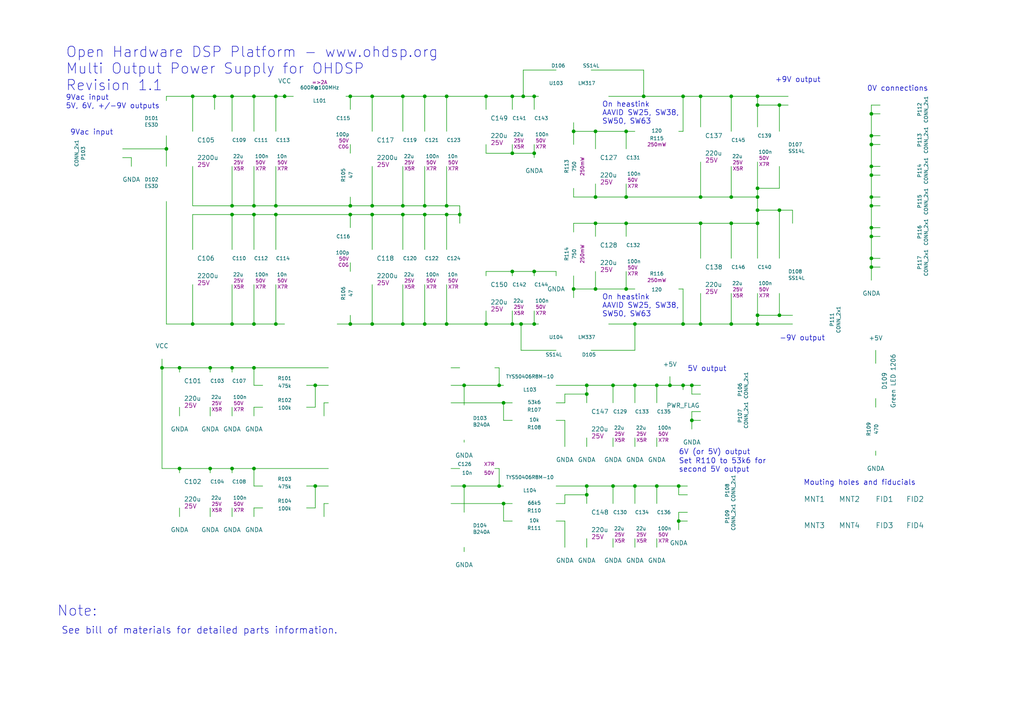
<source format=kicad_sch>
(kicad_sch (version 20230121) (generator eeschema)
  (paper "A4")
  (title_block (title "Multi Output Power Supply for OHDSP") (date "2016-05-20") (rev "1.1") (company "Open Hardware DSP Platform - www.ohdsp.org") (comment 1 "MERCHANTABILITY, SATISFACTORY QUALITY AND FITNESS FOR A PARTICULAR PURPOSE.") (comment 2 "is distributed WITHOUT ANY EXPRESS OR IMPLIED WARRANTY, INCLUDING OF") (comment 3 "Licensed under the TAPR Open Hardware License (www.tapr.org/OHL). This documentation") (comment 4 "Copyright Paul Janicki 2016"))
  (junction (at 252.73 41.91))
  (junction (at 166.37 38.1))
  (junction (at 107.95 62.23))
  (junction (at 252.73 59.69))
  (junction (at 198.12 93.98))
  (junction (at 144.78 111.76))
  (junction (at 60.96 106.68))
  (junction (at 134.62 140.97))
  (junction (at 148.59 93.98))
  (junction (at 116.84 93.98))
  (junction (at 170.18 143.51))
  (junction (at 80.01 62.23))
  (junction (at 116.84 27.94))
  (junction (at 219.71 91.44))
  (junction (at 101.6 62.23))
  (junction (at 252.73 68.58))
  (junction (at 55.88 27.94))
  (junction (at 181.61 83.82))
  (junction (at 252.73 48.26))
  (junction (at 226.06 30.48))
  (junction (at 116.84 59.69))
  (junction (at 151.765 27.94))
  (junction (at 129.54 27.94))
  (junction (at 219.71 30.48))
  (junction (at 73.66 93.98))
  (junction (at 190.5 111.76))
  (junction (at 148.59 78.74))
  (junction (at 212.09 64.77))
  (junction (at 172.72 57.15))
  (junction (at 101.6 59.69))
  (junction (at 219.71 93.98))
  (junction (at 67.31 106.68))
  (junction (at 146.05 116.84))
  (junction (at 196.85 151.13))
  (junction (at 154.94 44.45))
  (junction (at 48.26 43.18))
  (junction (at 134.62 111.76))
  (junction (at 181.61 57.15))
  (junction (at 129.54 62.23))
  (junction (at 177.8 111.76))
  (junction (at 146.05 146.05))
  (junction (at 129.54 59.69))
  (junction (at 219.71 57.15))
  (junction (at 123.19 59.69))
  (junction (at 212.09 27.94))
  (junction (at 200.66 111.76))
  (junction (at 123.19 27.94))
  (junction (at 133.35 62.23))
  (junction (at 172.72 64.77))
  (junction (at 154.94 93.98))
  (junction (at 52.07 106.68))
  (junction (at 166.37 83.82))
  (junction (at 181.61 38.1))
  (junction (at 107.95 93.98))
  (junction (at 52.07 135.89))
  (junction (at 101.6 93.98))
  (junction (at 203.2 27.94))
  (junction (at 186.69 27.94))
  (junction (at 219.71 27.94))
  (junction (at 148.59 44.45))
  (junction (at 196.85 140.97))
  (junction (at 123.19 62.23))
  (junction (at 200.66 121.92))
  (junction (at 140.97 27.94))
  (junction (at 73.66 59.69))
  (junction (at 203.2 93.98))
  (junction (at 170.18 140.97))
  (junction (at 73.66 27.94))
  (junction (at 203.2 64.77))
  (junction (at 190.5 140.97))
  (junction (at 67.31 93.98))
  (junction (at 67.31 62.23))
  (junction (at 148.59 27.94))
  (junction (at 101.6 27.94))
  (junction (at 73.66 62.23))
  (junction (at 154.94 27.94))
  (junction (at 252.73 50.8))
  (junction (at 252.73 66.04))
  (junction (at 219.71 64.77))
  (junction (at 198.12 27.94))
  (junction (at 252.73 77.47))
  (junction (at 107.95 27.94))
  (junction (at 82.55 27.94))
  (junction (at 60.96 135.89))
  (junction (at 172.72 83.82))
  (junction (at 212.09 57.15))
  (junction (at 123.19 93.98))
  (junction (at 73.66 135.89))
  (junction (at 67.31 59.69))
  (junction (at 170.18 111.76))
  (junction (at 212.09 93.98))
  (junction (at 80.01 93.98))
  (junction (at 184.15 111.76))
  (junction (at 177.8 140.97))
  (junction (at 62.23 27.94))
  (junction (at 203.2 57.15))
  (junction (at 144.78 140.97))
  (junction (at 116.84 62.23))
  (junction (at 219.71 54.61))
  (junction (at 55.88 93.98))
  (junction (at 107.95 59.69))
  (junction (at 91.44 111.76))
  (junction (at 184.15 93.98))
  (junction (at 184.15 140.97))
  (junction (at 172.72 38.1))
  (junction (at 170.18 114.3))
  (junction (at 151.13 93.98))
  (junction (at 219.71 60.96))
  (junction (at 80.01 27.94))
  (junction (at 154.94 78.74))
  (junction (at 129.54 93.98))
  (junction (at 198.12 111.76))
  (junction (at 226.06 60.96))
  (junction (at 252.73 33.02))
  (junction (at 67.31 27.94))
  (junction (at 67.31 135.89))
  (junction (at 252.73 57.15))
  (junction (at 80.01 59.69))
  (junction (at 226.06 91.44))
  (junction (at 181.61 64.77))
  (junction (at 194.31 111.76))
  (junction (at 252.73 39.37))
  (junction (at 140.97 93.98))
  (junction (at 91.44 140.97))
  (junction (at 73.66 106.68))
  (junction (at 46.99 106.68))
  (junction (at 252.73 74.93))
  (wire (pts (xy 140.97 93.98) (xy 148.59 93.98)))
  (wire (pts (xy 198.12 93.98) (xy 203.2 93.98)))
  (wire (pts (xy 203.2 27.94) (xy 212.09 27.94)))
  (wire (pts (xy 80.01 62.23) (xy 80.01 72.39)))
  (wire (pts (xy 212.09 93.98) (xy 219.71 93.98)))
  (wire (pts (xy 212.09 64.77) (xy 219.71 64.77)))
  (wire (pts (xy 148.59 93.98) (xy 151.13 93.98)))
  (wire (pts (xy 101.6 59.69) (xy 107.95 59.69)))
  (wire (pts (xy 100.33 27.94) (xy 101.6 27.94)))
  (wire (pts (xy 60.96 106.68) (xy 60.96 107.95)))
  (wire (pts (xy 226.06 91.44) (xy 229.87 91.44)))
  (wire (pts (xy 163.83 121.92) (xy 163.83 129.54)))
  (wire (pts (xy 38.1 48.26) (xy 38.1 45.72)))
  (wire (pts (xy 130.81 140.97) (xy 134.62 140.97)))
  (wire (pts (xy 170.18 111.76) (xy 170.18 114.3)))
  (wire (pts (xy 38.1 45.72) (xy 35.56 45.72)))
  (wire (pts (xy 172.72 68.58) (xy 172.72 64.77)))
  (wire (pts (xy 67.31 72.39) (xy 67.31 62.23)))
  (wire (pts (xy 198.12 93.98) (xy 198.12 83.82)))
  (wire (pts (xy 88.9 118.11) (xy 91.44 118.11)))
  (wire (pts (xy 52.07 107.95) (xy 52.07 106.68)))
  (wire (pts (xy 101.6 62.23) (xy 107.95 62.23)))
  (wire (pts (xy 163.83 146.05) (xy 161.29 146.05)))
  (wire (pts (xy 203.2 46.99) (xy 203.2 57.15)))
  (wire (pts (xy 144.78 140.97) (xy 146.05 140.97)))
  (wire (pts (xy 254 132.08) (xy 254 130.81)))
  (wire (pts (xy 134.62 128.27) (xy 134.62 127.635)))
  (wire (pts (xy 151.765 20.32) (xy 151.765 27.94)))
  (wire (pts (xy 194.31 111.76) (xy 198.12 111.76)))
  (wire (pts (xy 80.01 93.98) (xy 82.55 93.98)))
  (wire (pts (xy 134.62 148.59) (xy 134.62 140.97)))
  (wire (pts (xy 200.66 121.92) (xy 200.66 124.46)))
  (wire (pts (xy 116.84 62.23) (xy 123.19 62.23)))
  (wire (pts (xy 80.01 62.23) (xy 101.6 62.23)))
  (wire (pts (xy 60.96 135.89) (xy 67.31 135.89)))
  (wire (pts (xy 52.07 120.65) (xy 52.07 118.11)))
  (wire (pts (xy 101.6 93.98) (xy 107.95 93.98)))
  (wire (pts (xy 55.88 93.98) (xy 55.88 82.55)))
  (wire (pts (xy 76.2 140.97) (xy 73.66 140.97)))
  (wire (pts (xy 73.66 140.97) (xy 73.66 135.89)))
  (wire (pts (xy 52.07 106.68) (xy 60.96 106.68)))
  (wire (pts (xy 154.94 78.74) (xy 161.29 78.74)))
  (wire (pts (xy 73.66 149.86) (xy 73.66 147.32)))
  (wire (pts (xy 219.71 60.96) (xy 219.71 64.77)))
  (wire (pts (xy 73.66 147.32) (xy 76.2 147.32)))
  (wire (pts (xy 140.97 80.01) (xy 140.97 78.74)))
  (wire (pts (xy 181.61 64.77) (xy 203.2 64.77)))
  (wire (pts (xy 200.66 111.76) (xy 200.66 114.3)))
  (wire (pts (xy 226.06 38.1) (xy 226.06 30.48)))
  (wire (pts (xy 67.31 38.1) (xy 67.31 27.94)))
  (wire (pts (xy 200.66 121.92) (xy 203.2 121.92)))
  (wire (pts (xy 190.5 111.76) (xy 194.31 111.76)))
  (wire (pts (xy 151.13 101.6) (xy 151.13 93.98)))
  (wire (pts (xy 166.37 38.1) (xy 166.37 41.91)))
  (wire (pts (xy 196.85 143.51) (xy 196.85 140.97)))
  (wire (pts (xy 161.29 20.32) (xy 151.765 20.32)))
  (wire (pts (xy 140.97 90.17) (xy 140.97 93.98)))
  (wire (pts (xy 73.66 118.11) (xy 76.2 118.11)))
  (wire (pts (xy 254 115.57) (xy 254 118.11)))
  (wire (pts (xy 144.78 135.89) (xy 144.78 140.97)))
  (wire (pts (xy 163.83 143.51) (xy 170.18 143.51)))
  (wire (pts (xy 123.19 93.98) (xy 129.54 93.98)))
  (wire (pts (xy 219.71 30.48) (xy 226.06 30.48)))
  (wire (pts (xy 170.18 111.76) (xy 177.8 111.76)))
  (wire (pts (xy 130.81 116.84) (xy 146.05 116.84)))
  (wire (pts (xy 170.18 140.97) (xy 170.18 143.51)))
  (wire (pts (xy 154.94 93.98) (xy 156.21 93.98)))
  (wire (pts (xy 219.71 93.98) (xy 229.87 93.98)))
  (wire (pts (xy 219.71 91.44) (xy 219.71 93.98)))
  (wire (pts (xy 67.31 135.89) (xy 73.66 135.89)))
  (wire (pts (xy 170.18 143.51) (xy 170.18 146.05)))
  (wire (pts (xy 255.27 68.58) (xy 252.73 68.58)))
  (wire (pts (xy 255.27 66.04) (xy 252.73 66.04)))
  (wire (pts (xy 101.6 41.91) (xy 101.6 44.45)))
  (wire (pts (xy 107.95 93.98) (xy 116.84 93.98)))
  (wire (pts (xy 101.6 76.2) (xy 101.6 78.74)))
  (wire (pts (xy 226.06 74.93) (xy 226.06 60.96)))
  (wire (pts (xy 140.97 27.94) (xy 148.59 27.94)))
  (wire (pts (xy 219.71 64.77) (xy 219.71 74.93)))
  (wire (pts (xy 129.54 62.23) (xy 129.54 72.39)))
  (wire (pts (xy 146.05 151.13) (xy 146.05 146.05)))
  (wire (pts (xy 255.27 59.69) (xy 252.73 59.69)))
  (wire (pts (xy 80.01 59.69) (xy 80.01 48.26)))
  (wire (pts (xy 88.9 140.97) (xy 91.44 140.97)))
  (wire (pts (xy 148.59 27.94) (xy 151.765 27.94)))
  (wire (pts (xy 73.66 59.69) (xy 80.01 59.69)))
  (wire (pts (xy 198.12 113.03) (xy 198.12 111.76)))
  (wire (pts (xy 148.59 90.17) (xy 148.59 93.98)))
  (wire (pts (xy 116.84 59.69) (xy 116.84 48.26)))
  (wire (pts (xy 181.61 57.15) (xy 172.72 57.15)))
  (wire (pts (xy 67.31 93.98) (xy 73.66 93.98)))
  (wire (pts (xy 82.55 27.94) (xy 85.09 27.94)))
  (wire (pts (xy 73.66 62.23) (xy 80.01 62.23)))
  (wire (pts (xy 229.87 60.96) (xy 229.87 64.77)))
  (wire (pts (xy 252.73 48.26) (xy 252.73 50.8)))
  (wire (pts (xy 55.88 27.94) (xy 55.88 38.1)))
  (wire (pts (xy 212.09 57.15) (xy 203.2 57.15)))
  (wire (pts (xy 134.62 117.475) (xy 134.62 111.76)))
  (wire (pts (xy 255.27 33.02) (xy 252.73 33.02)))
  (wire (pts (xy 73.66 93.98) (xy 73.66 82.55)))
  (wire (pts (xy 198.12 27.94) (xy 203.2 27.94)))
  (wire (pts (xy 123.19 62.23) (xy 129.54 62.23)))
  (wire (pts (xy 80.01 59.69) (xy 101.6 59.69)))
  (wire (pts (xy 148.59 31.75) (xy 148.59 27.94)))
  (wire (pts (xy 226.06 48.26) (xy 226.06 54.61)))
  (wire (pts (xy 91.44 118.11) (xy 91.44 111.76)))
  (wire (pts (xy 91.44 140.97) (xy 95.25 140.97)))
  (wire (pts (xy 140.97 44.45) (xy 148.59 44.45)))
  (wire (pts (xy 148.59 151.13) (xy 146.05 151.13)))
  (wire (pts (xy 93.98 146.05) (xy 95.25 146.05)))
  (wire (pts (xy 181.61 38.1) (xy 184.15 38.1)))
  (wire (pts (xy 123.19 93.98) (xy 123.19 82.55)))
  (wire (pts (xy 212.09 85.09) (xy 212.09 93.98)))
  (wire (pts (xy 181.61 43.18) (xy 181.61 38.1)))
  (wire (pts (xy 184.15 140.97) (xy 184.15 146.05)))
  (wire (pts (xy 55.88 93.98) (xy 67.31 93.98)))
  (wire (pts (xy 200.66 119.38) (xy 203.2 119.38)))
  (wire (pts (xy 190.5 158.75) (xy 190.5 156.21)))
  (wire (pts (xy 73.66 120.65) (xy 73.66 118.11)))
  (wire (pts (xy 255.27 30.48) (xy 252.73 30.48)))
  (wire (pts (xy 130.81 111.76) (xy 134.62 111.76)))
  (wire (pts (xy 252.73 74.93) (xy 252.73 77.47)))
  (wire (pts (xy 48.26 39.37) (xy 48.26 43.18)))
  (wire (pts (xy 73.66 135.89) (xy 95.25 135.89)))
  (wire (pts (xy 184.15 111.76) (xy 190.5 111.76)))
  (wire (pts (xy 252.73 41.91) (xy 252.73 48.26)))
  (wire (pts (xy 148.59 78.74) (xy 148.59 80.01)))
  (wire (pts (xy 166.37 54.61) (xy 166.37 57.15)))
  (wire (pts (xy 171.45 101.6) (xy 184.15 101.6)))
  (wire (pts (xy 91.44 111.76) (xy 95.25 111.76)))
  (wire (pts (xy 130.81 146.05) (xy 146.05 146.05)))
  (wire (pts (xy 73.66 59.69) (xy 73.66 48.26)))
  (wire (pts (xy 52.07 135.89) (xy 60.96 135.89)))
  (wire (pts (xy 194.31 109.22) (xy 194.31 111.76)))
  (wire (pts (xy 252.73 77.47) (xy 255.27 77.47)))
  (wire (pts (xy 219.71 46.99) (xy 219.71 54.61)))
  (wire (pts (xy 80.01 27.94) (xy 82.55 27.94)))
  (wire (pts (xy 129.54 27.94) (xy 129.54 38.1)))
  (wire (pts (xy 199.39 143.51) (xy 196.85 143.51)))
  (wire (pts (xy 148.59 41.91) (xy 148.59 44.45)))
  (wire (pts (xy 254 105.41) (xy 254 101.6)))
  (wire (pts (xy 80.01 27.94) (xy 80.01 38.1)))
  (wire (pts (xy 116.84 27.94) (xy 123.19 27.94)))
  (wire (pts (xy 203.2 27.94) (xy 203.2 36.83)))
  (wire (pts (xy 177.8 140.97) (xy 177.8 146.05)))
  (wire (pts (xy 226.06 54.61) (xy 219.71 54.61)))
  (wire (pts (xy 166.37 35.56) (xy 166.37 38.1)))
  (wire (pts (xy 252.73 77.47) (xy 252.73 81.28)))
  (wire (pts (xy 140.97 31.75) (xy 140.97 27.94)))
  (wire (pts (xy 67.31 149.86) (xy 67.31 147.32)))
  (wire (pts (xy 107.95 62.23) (xy 107.95 72.39)))
  (wire (pts (xy 133.35 62.23) (xy 133.35 64.77)))
  (wire (pts (xy 198.12 83.82) (xy 196.85 83.82)))
  (wire (pts (xy 212.09 38.1) (xy 212.09 27.94)))
  (wire (pts (xy 219.71 60.96) (xy 226.06 60.96)))
  (wire (pts (xy 181.61 68.58) (xy 181.61 64.77)))
  (wire (pts (xy 134.62 140.97) (xy 144.78 140.97)))
  (wire (pts (xy 101.6 31.75) (xy 101.6 27.94)))
  (wire (pts (xy 219.71 85.09) (xy 219.71 91.44)))
  (wire (pts (xy 181.61 78.74) (xy 181.61 83.82)))
  (wire (pts (xy 177.8 158.75) (xy 177.8 156.21)))
  (wire (pts (xy 219.71 27.94) (xy 228.6 27.94)))
  (wire (pts (xy 67.31 59.69) (xy 73.66 59.69)))
  (wire (pts (xy 60.96 106.68) (xy 67.31 106.68)))
  (wire (pts (xy 170.18 156.21) (xy 170.18 158.75)))
  (wire (pts (xy 172.72 57.15) (xy 166.37 57.15)))
  (wire (pts (xy 255.27 39.37) (xy 252.73 39.37)))
  (wire (pts (xy 170.18 140.97) (xy 177.8 140.97)))
  (wire (pts (xy 252.73 30.48) (xy 252.73 33.02)))
  (wire (pts (xy 67.31 106.68) (xy 67.31 107.95)))
  (wire (pts (xy 140.97 41.91) (xy 140.97 44.45)))
  (wire (pts (xy 35.56 43.18) (xy 48.26 43.18)))
  (wire (pts (xy 80.01 93.98) (xy 80.01 82.55)))
  (wire (pts (xy 186.69 27.94) (xy 198.12 27.94)))
  (wire (pts (xy 190.5 140.97) (xy 196.85 140.97)))
  (wire (pts (xy 177.8 111.76) (xy 177.8 116.84)))
  (wire (pts (xy 190.5 111.76) (xy 190.5 116.84)))
  (wire (pts (xy 67.31 135.89) (xy 67.31 137.16)))
  (wire (pts (xy 55.88 62.23) (xy 67.31 62.23)))
  (wire (pts (xy 172.72 43.18) (xy 172.72 38.1)))
  (wire (pts (xy 170.18 114.3) (xy 170.18 116.84)))
  (wire (pts (xy 116.84 62.23) (xy 116.84 72.39)))
  (wire (pts (xy 67.31 120.65) (xy 67.31 118.11)))
  (wire (pts (xy 97.79 93.98) (xy 101.6 93.98)))
  (wire (pts (xy 163.83 116.84) (xy 163.83 114.3)))
  (wire (pts (xy 67.31 62.23) (xy 73.66 62.23)))
  (wire (pts (xy 163.83 151.13) (xy 163.83 158.75)))
  (wire (pts (xy 148.59 44.45) (xy 154.94 44.45)))
  (wire (pts (xy 166.37 83.82) (xy 166.37 86.36)))
  (wire (pts (xy 143.51 135.89) (xy 144.78 135.89)))
  (wire (pts (xy 146.05 121.92) (xy 146.05 116.84)))
  (wire (pts (xy 46.99 135.89) (xy 52.07 135.89)))
  (wire (pts (xy 176.53 93.98) (xy 184.15 93.98)))
  (wire (pts (xy 161.29 111.76) (xy 170.18 111.76)))
  (wire (pts (xy 166.37 38.1) (xy 172.72 38.1)))
  (wire (pts (xy 116.84 82.55) (xy 116.84 93.98)))
  (wire (pts (xy 129.54 59.69) (xy 129.54 48.26)))
  (wire (pts (xy 76.2 111.76) (xy 73.66 111.76)))
  (wire (pts (xy 154.94 44.45) (xy 154.94 45.72)))
  (wire (pts (xy 255.27 41.91) (xy 252.73 41.91)))
  (wire (pts (xy 219.71 30.48) (xy 219.71 36.83)))
  (wire (pts (xy 184.15 127) (xy 184.15 129.54)))
  (wire (pts (xy 55.88 62.23) (xy 55.88 72.39)))
  (wire (pts (xy 172.72 53.34) (xy 172.72 57.15)))
  (wire (pts (xy 123.19 27.94) (xy 129.54 27.94)))
  (wire (pts (xy 107.95 59.69) (xy 107.95 48.26)))
  (wire (pts (xy 129.54 93.98) (xy 129.54 82.55)))
  (wire (pts (xy 198.12 111.76) (xy 200.66 111.76)))
  (wire (pts (xy 203.2 74.93) (xy 203.2 64.77)))
  (wire (pts (xy 93.98 149.86) (xy 93.98 146.05)))
  (wire (pts (xy 107.95 93.98) (xy 107.95 82.55)))
  (wire (pts (xy 140.97 78.74) (xy 148.59 78.74)))
  (wire (pts (xy 252.73 39.37) (xy 252.73 41.91)))
  (wire (pts (xy 166.37 80.01) (xy 166.37 83.82)))
  (wire (pts (xy 196.85 151.13) (xy 196.85 153.67)))
  (wire (pts (xy 196.85 148.59) (xy 196.85 151.13)))
  (wire (pts (xy 55.88 59.69) (xy 55.88 48.26)))
  (wire (pts (xy 107.95 27.94) (xy 116.84 27.94)))
  (wire (pts (xy 116.84 38.1) (xy 116.84 27.94)))
  (wire (pts (xy 134.62 111.76) (xy 144.78 111.76)))
  (wire (pts (xy 48.26 58.42) (xy 48.26 93.98)))
  (wire (pts (xy 172.72 83.82) (xy 181.61 83.82)))
  (wire (pts (xy 67.31 82.55) (xy 67.31 93.98)))
  (wire (pts (xy 181.61 53.34) (xy 181.61 57.15)))
  (wire (pts (xy 48.26 43.18) (xy 48.26 48.26)))
  (wire (pts (xy 190.5 129.54) (xy 190.5 127)))
  (wire (pts (xy 123.19 27.94) (xy 123.19 38.1)))
  (wire (pts (xy 166.37 67.31) (xy 166.37 64.77)))
  (wire (pts (xy 129.54 93.98) (xy 140.97 93.98)))
  (wire (pts (xy 62.23 31.75) (xy 62.23 27.94)))
  (wire (pts (xy 252.73 50.8) (xy 252.73 57.15)))
  (wire (pts (xy 46.99 106.68) (xy 52.07 106.68)))
  (wire (pts (xy 166.37 83.82) (xy 172.72 83.82)))
  (wire (pts (xy 177.8 140.97) (xy 184.15 140.97)))
  (wire (pts (xy 116.84 93.98) (xy 123.19 93.98)))
  (wire (pts (xy 101.6 62.23) (xy 101.6 66.04)))
  (wire (pts (xy 133.35 59.69) (xy 133.35 62.23)))
  (wire (pts (xy 154.94 27.94) (xy 154.94 31.75)))
  (wire (pts (xy 151.13 93.98) (xy 154.94 93.98)))
  (wire (pts (xy 203.2 57.15) (xy 181.61 57.15)))
  (wire (pts (xy 190.5 140.97) (xy 190.5 146.05)))
  (wire (pts (xy 172.72 64.77) (xy 181.61 64.77)))
  (wire (pts (xy 252.73 66.04) (xy 252.73 68.58)))
  (wire (pts (xy 116.84 59.69) (xy 123.19 59.69)))
  (wire (pts (xy 200.66 111.76) (xy 203.2 111.76)))
  (wire (pts (xy 93.98 120.65) (xy 93.98 116.84)))
  (wire (pts (xy 48.26 27.94) (xy 55.88 27.94)))
  (wire (pts (xy 107.95 62.23) (xy 116.84 62.23)))
  (wire (pts (xy 46.99 104.14) (xy 46.99 106.68)))
  (wire (pts (xy 198.12 38.1) (xy 196.85 38.1)))
  (wire (pts (xy 161.29 101.6) (xy 151.13 101.6)))
  (wire (pts (xy 177.8 129.54) (xy 177.8 127)))
  (wire (pts (xy 73.66 27.94) (xy 80.01 27.94)))
  (wire (pts (xy 154.94 41.91) (xy 154.94 44.45)))
  (wire (pts (xy 252.73 59.69) (xy 252.73 66.04)))
  (wire (pts (xy 184.15 93.98) (xy 198.12 93.98)))
  (wire (pts (xy 107.95 27.94) (xy 107.95 38.1)))
  (wire (pts (xy 144.78 106.68) (xy 144.78 111.76)))
  (wire (pts (xy 184.15 140.97) (xy 190.5 140.97)))
  (wire (pts (xy 52.07 149.86) (xy 52.07 147.32)))
  (wire (pts (xy 55.88 27.94) (xy 62.23 27.94)))
  (wire (pts (xy 200.66 119.38) (xy 200.66 121.92)))
  (wire (pts (xy 219.71 54.61) (xy 219.71 57.15)))
  (wire (pts (xy 82.55 27.305) (xy 82.55 27.94)))
  (wire (pts (xy 67.31 48.26) (xy 67.31 59.69)))
  (wire (pts (xy 73.66 27.94) (xy 73.66 38.1)))
  (wire (pts (xy 144.78 111.76) (xy 146.05 111.76)))
  (wire (pts (xy 148.59 121.92) (xy 146.05 121.92)))
  (wire (pts (xy 255.27 50.8) (xy 252.73 50.8)))
  (wire (pts (xy 154.94 90.17) (xy 154.94 93.98)))
  (wire (pts (xy 184.15 101.6) (xy 184.15 93.98)))
  (wire (pts (xy 88.9 147.32) (xy 91.44 147.32)))
  (wire (pts (xy 48.26 93.98) (xy 55.88 93.98)))
  (wire (pts (xy 55.88 59.69) (xy 67.31 59.69)))
  (wire (pts (xy 196.85 140.97) (xy 199.39 140.97)))
  (wire (pts (xy 161.29 78.74) (xy 161.29 80.01)))
  (wire (pts (xy 101.6 93.98) (xy 101.6 91.44)))
  (wire (pts (xy 184.15 156.21) (xy 184.15 158.75)))
  (wire (pts (xy 123.19 59.69) (xy 123.19 48.26)))
  (wire (pts (xy 163.83 143.51) (xy 163.83 146.05)))
  (wire (pts (xy 154.94 78.74) (xy 154.94 80.01)))
  (wire (pts (xy 73.66 111.76) (xy 73.66 106.68)))
  (wire (pts (xy 181.61 83.82) (xy 184.15 83.82)))
  (wire (pts (xy 161.29 116.84) (xy 163.83 116.84)))
  (wire (pts (xy 198.12 27.94) (xy 198.12 38.1)))
  (wire (pts (xy 226.06 85.09) (xy 226.06 91.44)))
  (wire (pts (xy 203.2 93.98) (xy 212.09 93.98)))
  (wire (pts (xy 146.05 116.84) (xy 148.59 116.84)))
  (wire (pts (xy 196.85 148.59) (xy 199.39 148.59)))
  (wire (pts (xy 143.51 106.68) (xy 144.78 106.68)))
  (wire (pts (xy 176.53 27.94) (xy 186.69 27.94)))
  (wire (pts (xy 177.8 111.76) (xy 184.15 111.76)))
  (wire (pts (xy 101.6 27.94) (xy 107.95 27.94)))
  (wire (pts (xy 171.45 20.32) (xy 186.69 20.32)))
  (wire (pts (xy 200.66 114.3) (xy 203.2 114.3)))
  (wire (pts (xy 73.66 93.98) (xy 80.01 93.98)))
  (wire (pts (xy 134.62 160.02) (xy 134.62 158.75)))
  (wire (pts (xy 123.19 59.69) (xy 129.54 59.69)))
  (wire (pts (xy 60.96 118.11) (xy 60.96 120.65)))
  (wire (pts (xy 172.72 78.74) (xy 172.72 83.82)))
  (wire (pts (xy 252.73 33.02) (xy 252.73 39.37)))
  (wire (pts (xy 73.66 106.68) (xy 95.25 106.68)))
  (wire (pts (xy 226.06 30.48) (xy 228.6 30.48)))
  (wire (pts (xy 161.29 151.13) (xy 163.83 151.13)))
  (wire (pts (xy 203.2 93.98) (xy 203.2 85.09)))
  (wire (pts (xy 166.37 64.77) (xy 172.72 64.77)))
  (wire (pts (xy 46.99 106.68) (xy 46.99 135.89)))
  (wire (pts (xy 129.54 59.69) (xy 133.35 59.69)))
  (wire (pts (xy 146.05 146.05) (xy 148.59 146.05)))
  (wire (pts (xy 148.59 78.74) (xy 154.94 78.74)))
  (wire (pts (xy 255.27 48.26) (xy 252.73 48.26)))
  (wire (pts (xy 107.95 59.69) (xy 116.84 59.69)))
  (wire (pts (xy 161.29 121.92) (xy 163.83 121.92)))
  (wire (pts (xy 52.07 137.16) (xy 52.07 135.89)))
  (wire (pts (xy 60.96 147.32) (xy 60.96 149.86)))
  (wire (pts (xy 73.66 62.23) (xy 73.66 72.39)))
  (wire (pts (xy 219.71 27.94) (xy 219.71 30.48)))
  (wire (pts (xy 129.54 62.23) (xy 133.35 62.23)))
  (wire (pts (xy 252.73 74.93) (xy 255.27 74.93)))
  (wire (pts (xy 212.09 27.94) (xy 219.71 27.94)))
  (wire (pts (xy 184.15 111.76) (xy 184.15 116.84)))
  (wire (pts (xy 60.96 135.89) (xy 60.96 137.16)))
  (wire (pts (xy 226.06 60.96) (xy 229.87 60.96)))
  (wire (pts (xy 219.71 57.15) (xy 219.71 60.96)))
  (wire (pts (xy 252.73 68.58) (xy 252.73 74.93)))
  (wire (pts (xy 219.71 57.15) (xy 212.09 57.15)))
  (wire (pts (xy 88.9 111.76) (xy 91.44 111.76)))
  (wire (pts (xy 255.27 57.15) (xy 252.73 57.15)))
  (wire (pts (xy 123.19 62.23) (xy 123.19 72.39)))
  (wire (pts (xy 172.72 38.1) (xy 181.61 38.1)))
  (wire (pts (xy 163.83 114.3) (xy 170.18 114.3)))
  (wire (pts (xy 154.94 27.94) (xy 156.21 27.94)))
  (wire (pts (xy 161.29 140.97) (xy 170.18 140.97)))
  (wire (pts (xy 67.31 27.94) (xy 73.66 27.94)))
  (wire (pts (xy 93.98 116.84) (xy 95.25 116.84)))
  (wire (pts (xy 91.44 147.32) (xy 91.44 140.97)))
  (wire (pts (xy 151.765 27.94) (xy 154.94 27.94)))
  (wire (pts (xy 129.54 27.94) (xy 140.97 27.94)))
  (wire (pts (xy 133.35 135.89) (xy 130.81 135.89)))
  (wire (pts (xy 212.09 48.26) (xy 212.09 57.15)))
  (wire (pts (xy 212.09 74.93) (xy 212.09 64.77)))
  (wire (pts (xy 67.31 106.68) (xy 73.66 106.68)))
  (wire (pts (xy 133.35 106.68) (xy 130.81 106.68)))
  (wire (pts (xy 252.73 57.15) (xy 252.73 59.69)))
  (wire (pts (xy 62.23 27.94) (xy 67.31 27.94)))
  (wire (pts (xy 48.26 29.21) (xy 48.26 27.94)))
  (wire (pts (xy 203.2 64.77) (xy 212.09 64.77)))
  (wire (pts (xy 186.69 20.32) (xy 186.69 27.94)))
  (wire (pts (xy 219.71 91.44) (xy 226.06 91.44)))
  (wire (pts (xy 101.6 59.69) (xy 101.6 57.15)))
  (wire (pts (xy 170.18 127) (xy 170.18 129.54)))
  (wire (pts (xy 196.85 151.13) (xy 199.39 151.13)))
  (text "5V output" (at 199.39 107.95 0) (effects (font (size 1.524 1.524)) (justify left bottom)))
  (text "0V connections" (at 251.46 26.67 0) (effects (font (size 1.524 1.524)) (justify left bottom)))
  (text "On heastink \nAAVID SW25, SW38, \nSW50, SW63" (at 174.625 92.075 0) (effects (font (size 1.524 1.524)) (justify left bottom)))
  (text "Mouting holes and fiducials" (at 233.045 140.97 0) (effects (font (size 1.524 1.524)) (justify left bottom)))
  (text "9Vac input" (at 20.32 39.37 0) (effects (font (size 1.524 1.524)) (justify left bottom)))
  (text "+9V output" (at 224.79 24.13 0) (effects (font (size 1.524 1.524)) (justify left bottom)))
  (text "-9V output" (at 226.06 99.06 0) (effects (font (size 1.524 1.524)) (justify left bottom)))
  (text "6V (or 5V) output" (at 196.85 132.08 0) (effects (font (size 1.524 1.524)) (justify left bottom)))
  (text "Set R110 to 53k6 for \nsecond 5V output" (at 196.85 137.16 0) (effects (font (size 1.524 1.524)) (justify left bottom)))
  (text "Note:" (at 16.51 179.07 0) (effects (font (size 2.9972 2.9972)) (justify left bottom)))
  (text "Open Hardware DSP Platform - www.ohdsp.org\nMulti Output Power Supply for OHDSP\nRevision 1.1" (at 19.05 26.67 0) (effects (font (size 2.9972 2.9972)) (justify left bottom)))
  (text "See bill of materials for detailed parts information." (at 17.78 184.15 0) (effects (font (size 2.0066 2.0066)) (justify left bottom)))
  (text "9Vac input\n5V, 6V, +/-9V outputs" (at 19.05 31.75 0) (effects (font (size 1.524 1.524)) (justify left bottom)))
  (text "On heastink \nAAVID SW25, SW38, \nSW50, SW63" (at 174.625 36.195 0) (effects (font (size 1.524 1.524)) (justify left bottom)))
  (symbol (lib_id "DIODE") (at 48.26 34.29 90) (unit 1)
    (property "Reference" "D101" (at 41.91 34.29 90) (effects (font (size 1.016 1.016)) (justify right)))
    (property "Value" "ES3D" (at 41.91 36.195 90) (effects (font (size 1.016 1.016)) (justify right)))
    (property "Footprint" "MyKiCadLibs-Footprints:DIODE-SMC" (effects hide))
    (property "Description" "ES3D 3A 200V Fast Rectifier" (effects hide))
  )
  (symbol (lib_id "IC-REG-LM317-TO220") (at 156.21 27.94 0) (unit 1)
    (property "Reference" "U103" (at 161.29 24.13 0) (effects (font (size 1.016 1.016))))
    (property "Value" "LM317" (at 167.64 24.13 0) (effects (font (size 1.016 1.016)) (justify left)))
    (property "Footprint" "MyKiCadLibs-Footprints:IC-TO220-HS-SW25-2G" (effects hide))
    (property "Description" "LM317 TO220 3-Terminal Adjustable Positive Regulator" (effects hide))
  )
  (symbol (lib_id "IC-REG-LM337-TO220") (at 156.21 93.98 0) (unit 1)
    (property "Reference" "U104" (at 161.29 97.79 0) (effects (font (size 1.016 1.016))))
    (property "Value" "LM337" (at 167.64 97.79 0) (effects (font (size 1.016 1.016)) (justify left)))
    (property "Footprint" "MyKiCadLibs-Footprints:IC-TO220-HS-SW25-2G" (effects hide))
    (property "Description" "LM337 TO220 3-Terminal Adjustable Negative Regulator" (effects hide))
  )
  (symbol (lib_id "IC-REG-XRP7659ISTR-F") (at 95.25 106.68 0) (unit 1)
    (property "Reference" "U101" (at 104.14 102.87 0) (effects (font (size 1.524 1.524))))
    (property "Value" "ADP2301AUJZ" (at 120.65 102.87 0) (effects (font (size 1.524 1.524))))
    (property "Footprint" "MyKiCadLibs-Footprints:IC-SOT23-6" (effects hide))
    (property "Description" "1.2 A, 20 V, 700 kHz/1.4 MHz, Nonsynchronous Step-Down Regulator" (effects hide))
  )
  (symbol (lib_id "SCHOTTKY_DIODE") (at 134.62 122.555 90) (unit 1)
    (property "Reference" "D103" (at 137.16 121.285 90) (effects (font (size 1.016 1.016)) (justify right)))
    (property "Value" "B240A" (at 137.16 123.19 90) (effects (font (size 1.016 1.016)) (justify right)))
    (property "Footprint" "MyKiCadLibs-Footprints:DIODE-SMA" (effects hide))
    (property "Description" "B240A 2A 40V Schottky Rectifier - SMA (DO-214AC)" (effects hide))
  )
  (symbol (lib_id "GNDA") (at 93.98 120.65 0) (unit 1)
    (property "Reference" "#PWR01" (effects hide))
    (property "Value" "GNDA" (at 93.98 124.46 0))
  )
  (symbol (lib_id "GNDA") (at 73.66 120.65 0) (unit 1)
    (property "Reference" "#PWR02" (effects hide))
    (property "Value" "GNDA" (at 73.66 124.46 0))
  )
  (symbol (lib_id "GNDA") (at 163.83 129.54 0) (unit 1)
    (property "Reference" "#PWR03" (effects hide))
    (property "Value" "GNDA" (at 163.83 133.35 0))
  )
  (symbol (lib_id "GNDA") (at 177.8 129.54 0) (unit 1)
    (property "Reference" "#PWR04" (effects hide))
    (property "Value" "GNDA" (at 177.8 133.35 0))
  )
  (symbol (lib_id "GNDA") (at 184.15 129.54 0) (unit 1)
    (property "Reference" "#PWR05" (effects hide))
    (property "Value" "GNDA" (at 184.15 133.35 0))
  )
  (symbol (lib_id "GNDA") (at 190.5 129.54 0) (unit 1)
    (property "Reference" "#PWR06" (effects hide))
    (property "Value" "GNDA" (at 190.5 133.35 0))
  )
  (symbol (lib_id "GNDA") (at 60.96 120.65 0) (unit 1)
    (property "Reference" "#PWR07" (effects hide))
    (property "Value" "GNDA" (at 60.96 124.46 0))
  )
  (symbol (lib_id "GNDA") (at 67.31 120.65 0) (unit 1)
    (property "Reference" "#PWR08" (effects hide))
    (property "Value" "GNDA" (at 67.31 124.46 0))
  )
  (symbol (lib_id "GNDA") (at 134.62 128.27 0) (unit 1)
    (property "Reference" "#PWR09" (effects hide))
    (property "Value" "GNDA" (at 134.62 132.08 0))
  )
  (symbol (lib_id "IC-REG-XRP7659ISTR-F") (at 95.25 135.89 0) (unit 1)
    (property "Reference" "U102" (at 104.14 132.08 0) (effects (font (size 1.524 1.524))))
    (property "Value" "ADP2301AUJZ" (at 120.65 132.08 0) (effects (font (size 1.524 1.524))))
    (property "Footprint" "MyKiCadLibs-Footprints:IC-SOT23-6" (effects hide))
    (property "Description" "1.2 A, 20 V, 700 kHz/1.4 MHz, Nonsynchronous Step-Down Regulator" (effects hide))
  )
  (symbol (lib_id "SCHOTTKY_DIODE") (at 134.62 153.67 90) (unit 1)
    (property "Reference" "D104" (at 137.16 152.4 90) (effects (font (size 1.016 1.016)) (justify right)))
    (property "Value" "B240A" (at 137.16 154.305 90) (effects (font (size 1.016 1.016)) (justify right)))
    (property "Footprint" "MyKiCadLibs-Footprints:DIODE-SMA" (effects hide))
    (property "Description" "B240A 2A 40V Schottky Rectifier - SMA (DO-214AC)" (effects hide))
  )
  (symbol (lib_id "GNDA") (at 93.98 149.86 0) (unit 1)
    (property "Reference" "#PWR010" (effects hide))
    (property "Value" "GNDA" (at 93.98 153.67 0))
  )
  (symbol (lib_id "GNDA") (at 73.66 149.86 0) (unit 1)
    (property "Reference" "#PWR011" (effects hide))
    (property "Value" "GNDA" (at 73.66 153.67 0))
  )
  (symbol (lib_id "GNDA") (at 163.83 158.75 0) (unit 1)
    (property "Reference" "#PWR012" (effects hide))
    (property "Value" "GNDA" (at 163.83 162.56 0))
  )
  (symbol (lib_id "GNDA") (at 177.8 158.75 0) (unit 1)
    (property "Reference" "#PWR013" (effects hide))
    (property "Value" "GNDA" (at 177.8 162.56 0))
  )
  (symbol (lib_id "GNDA") (at 184.15 158.75 0) (unit 1)
    (property "Reference" "#PWR014" (effects hide))
    (property "Value" "GNDA" (at 184.15 162.56 0))
  )
  (symbol (lib_id "GNDA") (at 190.5 158.75 0) (unit 1)
    (property "Reference" "#PWR015" (effects hide))
    (property "Value" "GNDA" (at 190.5 162.56 0))
  )
  (symbol (lib_id "GNDA") (at 60.96 149.86 0) (unit 1)
    (property "Reference" "#PWR016" (effects hide))
    (property "Value" "GNDA" (at 60.96 153.67 0))
  )
  (symbol (lib_id "GNDA") (at 67.31 149.86 0) (unit 1)
    (property "Reference" "#PWR017" (effects hide))
    (property "Value" "GNDA" (at 67.31 153.67 0))
  )
  (symbol (lib_id "GNDA") (at 134.62 160.02 0) (unit 1)
    (property "Reference" "#PWR018" (effects hide))
    (property "Value" "GNDA" (at 134.62 163.83 0))
  )
  (symbol (lib_id "GNDA") (at 52.07 120.65 0) (unit 1)
    (property "Reference" "#PWR019" (effects hide))
    (property "Value" "GNDA" (at 52.07 124.46 0))
  )
  (symbol (lib_id "GNDA") (at 52.07 149.86 0) (unit 1)
    (property "Reference" "#PWR020" (effects hide))
    (property "Value" "GNDA" (at 52.07 153.67 0))
  )
  (symbol (lib_id "GNDA") (at 133.35 64.77 0) (unit 1)
    (property "Reference" "#PWR021" (effects hide))
    (property "Value" "GNDA" (at 133.35 68.58 0))
  )
  (symbol (lib_id "GNDA") (at 229.87 64.77 0) (unit 1)
    (property "Reference" "#PWR022" (effects hide))
    (property "Value" "GNDA" (at 229.87 68.58 0))
  )
  (symbol (lib_id "GNDA") (at 252.73 81.28 0) (unit 1)
    (property "Reference" "#PWR023" (effects hide))
    (property "Value" "GNDA" (at 252.73 85.09 0))
  )
  (symbol (lib_id "VCC") (at 82.55 27.305 0) (unit 1)
    (property "Reference" "#PWR024" (effects hide))
    (property "Value" "VCC" (at 82.55 23.495 0))
  )
  (symbol (lib_id "VCC") (at 46.99 104.14 0) (unit 1)
    (property "Reference" "#PWR025" (effects hide))
    (property "Value" "VCC" (at 46.99 100.33 0))
  )
  (symbol (lib_id "SCHOTTKY_DIODE") (at 166.37 20.32 180) (unit 1)
    (property "Reference" "D106" (at 161.925 19.05 0) (effects (font (size 1.016 1.016))))
    (property "Value" "SS14L" (at 171.45 19.05 0) (effects (font (size 1.016 1.016))))
    (property "Footprint" "MyKiCadLibs-Footprints:DIODE-SOD-123" (effects hide))
    (property "Description" "SS14L 1A 40V Schottky rectifier - Sub-SMA (SOD-123)" (effects hide))
  )
  (symbol (lib_id "GNDA") (at 154.94 45.72 0) (unit 1)
    (property "Reference" "#PWR026" (effects hide))
    (property "Value" "GNDA" (at 154.94 49.53 0))
  )
  (symbol (lib_id "GNDA") (at 161.29 80.01 0) (unit 1)
    (property "Reference" "#PWR027" (effects hide))
    (property "Value" "GNDA" (at 161.29 83.82 0))
  )
  (symbol (lib_id "PWR_FLAG") (at 62.23 31.75 180) (unit 1)
    (property "Reference" "#FLG028" (effects hide))
    (property "Value" "PWR_FLAG" (at 62.23 36.322 0))
  )
  (symbol (lib_id "GNDA") (at 170.18 129.54 0) (unit 1)
    (property "Reference" "#PWR029" (effects hide))
    (property "Value" "GNDA" (at 170.18 133.35 0))
  )
  (symbol (lib_id "GNDA") (at 170.18 158.75 0) (unit 1)
    (property "Reference" "#PWR030" (effects hide))
    (property "Value" "GNDA" (at 170.18 162.56 0))
  )
  (symbol (lib_id "GNDA") (at 200.66 124.46 0) (unit 1)
    (property "Reference" "#PWR033" (effects hide))
    (property "Value" "GNDA" (at 200.66 128.27 0))
  )
  (symbol (lib_id "GNDA") (at 196.85 153.67 0) (unit 1)
    (property "Reference" "#PWR031" (effects hide))
    (property "Value" "GNDA" (at 196.85 157.48 0))
  )
  (symbol (lib_id "GNDA") (at 38.1 48.26 0) (unit 1)
    (property "Reference" "#PWR032" (effects hide))
    (property "Value" "GNDA" (at 38.1 52.07 0))
  )
  (symbol (lib_id "MNT_HOLE") (at 236.22 147.32 0) (unit 1)
    (property "Reference" "MNT1" (at 236.22 144.78 0) (effects (font (size 1.524 1.524))))
    (property "Value" "MNT_HOLE" (effects hide))
    (property "Footprint" "MyKiCadLibs-Footprints:MNT_HOLE_3.2mm" (effects hide))
    (property "Description" "Mounting hole" (effects hide))
  )
  (symbol (lib_id "MNT_HOLE") (at 256.54 147.32 0) (unit 1)
    (property "Reference" "FID1" (at 256.54 144.78 0) (effects (font (size 1.524 1.524))))
    (property "Value" "MNT_HOLE" (effects hide))
    (property "Footprint" "MyKiCadLibs-Footprints:FID-1MM-3MM" (effects hide))
    (property "Description" "Fiducial" (effects hide))
  )
  (symbol (lib_id "CP1") (at 172.72 48.26 0) (unit 1)
    (property "Reference" "C127" (at 173.99 45.72 0) (effects (justify left)))
    (property "Value" "220u" (at 173.99 50.8 0) (effects (justify left)))
    (property "Footprint" "MyKiCadLibs-Footprints:CAP-TH-D8mmP3.5mm" (effects hide))
    (property "Voltage" "25V" (at 175.895 52.832 0))
    (property "Size" "3.5mm Pitch, 8mm Diameter" (effects hide))
    (property "Description" "Aluminium electrolytic low impedance capacitor - eg Panasonic FC or FR parts" (effects hide))
  )
  (symbol (lib_id "C") (at 101.6 36.83 0) (mirror y) (unit 1)
    (property "Reference" "C115" (at 101.6 34.29 0) (effects (font (size 1.016 1.016)) (justify left)))
    (property "Value" "100p" (at 101.346 38.989 0) (effects (font (size 1.016 1.016)) (justify left)))
    (property "Footprint" "MyKiCadLibs-Footprints:SMD-0805" (effects hide))
    (property "Voltage" "50V" (at 101.219 40.767 0) (effects (font (size 1.016 1.016)) (justify left)))
    (property "Type" "C0G" (at 101.219 42.545 0) (effects (font (size 1.016 1.016)) (justify left)))
    (property "Description" "Ceramic capacitor" (effects hide))
    (property "Tolerance" "5%" (effects hide))
    (property "Size" "0805" (effects hide))
  )
  (symbol (lib_id "INDUCTOR") (at 92.71 27.94 90) (unit 1)
    (property "Reference" "L101" (at 92.71 29.21 90) (effects (font (size 1.016 1.016))))
    (property "Value" "600R@100MHz" (at 92.71 25.4 90) (effects (font (size 1.016 1.016))))
    (property "Footprint" "MyKiCadLibs-Footprints:SMD-0805" (effects hide))
    (property "Current" "=>2A" (at 92.71 23.876 90) (effects (font (size 1.016 1.016))))
    (property "Description" "Ferrite bead, current rating 2A or higher, 600R@100MHz" (effects hide))
    (property "Size" "0805" (effects hide))
  )
  (symbol (lib_id "INDUCTOR") (at 90.17 93.98 90) (unit 1)
    (property "Reference" "L102" (at 90.17 95.25 90) (effects (font (size 1.016 1.016))))
    (property "Value" "600R@100MHz" (at 90.17 91.44 90) (effects (font (size 1.016 1.016))))
    (property "Footprint" "MyKiCadLibs-Footprints:SMD-0805" (effects hide))
    (property "Current" "=>2A" (at 90.17 89.916 90) (effects (font (size 1.016 1.016))))
    (property "Description" "Ferrite bead, current rating 2A or higher, 600R@100MHz" (effects hide))
    (property "Size" "0805" (effects hide))
  )
  (symbol (lib_id "C") (at 101.6 71.12 0) (mirror y) (unit 1)
    (property "Reference" "C116" (at 101.6 68.58 0) (effects (font (size 1.016 1.016)) (justify left)))
    (property "Value" "100p" (at 101.346 73.279 0) (effects (font (size 1.016 1.016)) (justify left)))
    (property "Footprint" "MyKiCadLibs-Footprints:SMD-0805" (effects hide))
    (property "Voltage" "50V" (at 101.219 75.057 0) (effects (font (size 1.016 1.016)) (justify left)))
    (property "Type" "C0G" (at 101.219 76.835 0) (effects (font (size 1.016 1.016)) (justify left)))
    (property "Description" "Ceramic capacitor" (effects hide))
    (property "Tolerance" "5%" (effects hide))
    (property "Size" "0805" (effects hide))
  )
  (symbol (lib_id "R") (at 101.6 50.8 0) (unit 1)
    (property "Reference" "R105" (at 99.568 50.8 90) (effects (font (size 1.016 1.016))))
    (property "Value" "47" (at 101.7778 50.7746 90) (effects (font (size 1.016 1.016))))
    (property "Footprint" "MyKiCadLibs-Footprints:SMD-0805" (effects hide))
    (property "Power" "100mW" (effects hide))
    (property "Description" "Thick or thin film resistor" (effects hide))
    (property "Size" "0805" (effects hide))
    (property "Tolerance" "1%" (effects hide))
  )
  (symbol (lib_id "R") (at 101.6 85.09 0) (unit 1)
    (property "Reference" "R106" (at 99.568 85.09 90) (effects (font (size 1.016 1.016))))
    (property "Value" "47" (at 101.7778 85.0646 90) (effects (font (size 1.016 1.016))))
    (property "Footprint" "MyKiCadLibs-Footprints:SMD-0805" (effects hide))
    (property "Power" "100mW" (effects hide))
    (property "Description" "Thick or thin film resistor" (effects hide))
    (property "Size" "0805" (effects hide))
    (property "Tolerance" "1%" (effects hide))
  )
  (symbol (lib_id "C") (at 116.84 43.18 0) (unit 1)
    (property "Reference" "C119" (at 116.84 40.64 0) (effects (font (size 1.016 1.016)) (justify left)))
    (property "Value" "22u" (at 117.094 45.339 0) (effects (font (size 1.016 1.016)) (justify left)))
    (property "Footprint" "MyKiCadLibs-Footprints:SMD-0805" (effects hide))
    (property "Voltage" "25V" (at 117.221 47.117 0) (effects (font (size 1.016 1.016)) (justify left)))
    (property "Type" "X5R" (at 117.221 48.895 0) (effects (font (size 1.016 1.016)) (justify left)))
    (property "Description" "Ceramic capacitor" (effects hide))
    (property "Tolerance" "20%" (effects hide))
    (property "Size" "0805" (effects hide))
  )
  (symbol (lib_id "C") (at 123.19 43.18 0) (unit 1)
    (property "Reference" "C121" (at 123.19 40.64 0) (effects (font (size 1.016 1.016)) (justify left)))
    (property "Value" "100n" (at 123.444 45.339 0) (effects (font (size 1.016 1.016)) (justify left)))
    (property "Footprint" "MyKiCadLibs-Footprints:SMD-0805" (effects hide))
    (property "Voltage" "50V" (at 123.571 47.117 0) (effects (font (size 1.016 1.016)) (justify left)))
    (property "Type" "X7R" (at 123.571 48.895 0) (effects (font (size 1.016 1.016)) (justify left)))
    (property "Description" "Ceramic capacitor" (effects hide))
    (property "Tolerance" "10%" (effects hide))
    (property "Size" "0805" (effects hide))
  )
  (symbol (lib_id "C") (at 129.54 43.18 0) (unit 1)
    (property "Reference" "C123" (at 129.54 40.64 0) (effects (font (size 1.016 1.016)) (justify left)))
    (property "Value" "10n" (at 129.794 45.339 0) (effects (font (size 1.016 1.016)) (justify left)))
    (property "Footprint" "MyKiCadLibs-Footprints:SMD-0805" (effects hide))
    (property "Voltage" "50V" (at 129.921 47.117 0) (effects (font (size 1.016 1.016)) (justify left)))
    (property "Type" "X7R" (at 129.921 48.895 0) (effects (font (size 1.016 1.016)) (justify left)))
    (property "Description" "Ceramic capacitor" (effects hide))
    (property "Tolerance" "10%" (effects hide))
    (property "Size" "0805" (effects hide))
  )
  (symbol (lib_id "CONN_2x1") (at 35.56 43.18 0) (mirror y) (unit 1)
    (property "Reference" "P103" (at 24.13 44.45 90) (effects (font (size 1.016 1.016))))
    (property "Value" "CONN_2x1" (at 22.225 44.45 90) (effects (font (size 1.016 1.016))))
    (property "Footprint" "MyKiCadLibs-Footprints:CONN-2WAY-2.54mm-3.81mm-SPACING" (effects hide))
    (property "Description" "2 way screw terminal, any 2.54mm to 3.81mm pitch part" (effects hide))
  )
  (symbol (lib_id "C") (at 67.31 43.18 0) (unit 1)
    (property "Reference" "C109" (at 67.31 40.64 0) (effects (font (size 1.016 1.016)) (justify left)))
    (property "Value" "22u" (at 67.564 45.339 0) (effects (font (size 1.016 1.016)) (justify left)))
    (property "Footprint" "MyKiCadLibs-Footprints:SMD-0805" (effects hide))
    (property "Voltage" "25V" (at 67.691 47.117 0) (effects (font (size 1.016 1.016)) (justify left)))
    (property "Type" "X5R" (at 67.691 48.895 0) (effects (font (size 1.016 1.016)) (justify left)))
    (property "Description" "Ceramic capacitor" (effects hide))
    (property "Tolerance" "20%" (effects hide))
    (property "Size" "0805" (effects hide))
  )
  (symbol (lib_id "C") (at 73.66 43.18 0) (unit 1)
    (property "Reference" "C111" (at 73.66 40.64 0) (effects (font (size 1.016 1.016)) (justify left)))
    (property "Value" "100n" (at 73.914 45.339 0) (effects (font (size 1.016 1.016)) (justify left)))
    (property "Footprint" "MyKiCadLibs-Footprints:SMD-0805" (effects hide))
    (property "Voltage" "50V" (at 74.041 47.117 0) (effects (font (size 1.016 1.016)) (justify left)))
    (property "Type" "X7R" (at 74.041 48.895 0) (effects (font (size 1.016 1.016)) (justify left)))
    (property "Description" "Ceramic capacitor" (effects hide))
    (property "Tolerance" "10%" (effects hide))
    (property "Size" "0805" (effects hide))
  )
  (symbol (lib_id "C") (at 80.01 43.18 0) (unit 1)
    (property "Reference" "C113" (at 80.01 40.64 0) (effects (font (size 1.016 1.016)) (justify left)))
    (property "Value" "10n" (at 80.264 45.339 0) (effects (font (size 1.016 1.016)) (justify left)))
    (property "Footprint" "MyKiCadLibs-Footprints:SMD-0805" (effects hide))
    (property "Voltage" "50V" (at 80.391 47.117 0) (effects (font (size 1.016 1.016)) (justify left)))
    (property "Type" "X7R" (at 80.391 48.895 0) (effects (font (size 1.016 1.016)) (justify left)))
    (property "Description" "Ceramic capacitor" (effects hide))
    (property "Tolerance" "10%" (effects hide))
    (property "Size" "0805" (effects hide))
  )
  (symbol (lib_id "C") (at 67.31 77.47 0) (unit 1)
    (property "Reference" "C110" (at 67.31 74.93 0) (effects (font (size 1.016 1.016)) (justify left)))
    (property "Value" "22u" (at 67.564 79.629 0) (effects (font (size 1.016 1.016)) (justify left)))
    (property "Footprint" "MyKiCadLibs-Footprints:SMD-0805" (effects hide))
    (property "Voltage" "25V" (at 67.691 81.407 0) (effects (font (size 1.016 1.016)) (justify left)))
    (property "Type" "X5R" (at 67.691 83.185 0) (effects (font (size 1.016 1.016)) (justify left)))
    (property "Description" "Ceramic capacitor" (effects hide))
    (property "Tolerance" "20%" (effects hide))
    (property "Size" "0805" (effects hide))
  )
  (symbol (lib_id "C") (at 73.66 77.47 0) (unit 1)
    (property "Reference" "C112" (at 73.66 74.93 0) (effects (font (size 1.016 1.016)) (justify left)))
    (property "Value" "100n" (at 73.914 79.629 0) (effects (font (size 1.016 1.016)) (justify left)))
    (property "Footprint" "MyKiCadLibs-Footprints:SMD-0805" (effects hide))
    (property "Voltage" "50V" (at 74.041 81.407 0) (effects (font (size 1.016 1.016)) (justify left)))
    (property "Type" "X7R" (at 74.041 83.185 0) (effects (font (size 1.016 1.016)) (justify left)))
    (property "Description" "Ceramic capacitor" (effects hide))
    (property "Tolerance" "10%" (effects hide))
    (property "Size" "0805" (effects hide))
  )
  (symbol (lib_id "C") (at 80.01 77.47 0) (unit 1)
    (property "Reference" "C114" (at 80.01 74.93 0) (effects (font (size 1.016 1.016)) (justify left)))
    (property "Value" "10n" (at 80.264 79.629 0) (effects (font (size 1.016 1.016)) (justify left)))
    (property "Footprint" "MyKiCadLibs-Footprints:SMD-0805" (effects hide))
    (property "Voltage" "50V" (at 80.391 81.407 0) (effects (font (size 1.016 1.016)) (justify left)))
    (property "Type" "X7R" (at 80.391 83.185 0) (effects (font (size 1.016 1.016)) (justify left)))
    (property "Description" "Ceramic capacitor" (effects hide))
    (property "Tolerance" "10%" (effects hide))
    (property "Size" "0805" (effects hide))
  )
  (symbol (lib_id "C") (at 116.84 77.47 0) (unit 1)
    (property "Reference" "C120" (at 116.84 74.93 0) (effects (font (size 1.016 1.016)) (justify left)))
    (property "Value" "22u" (at 117.094 79.629 0) (effects (font (size 1.016 1.016)) (justify left)))
    (property "Footprint" "MyKiCadLibs-Footprints:SMD-0805" (effects hide))
    (property "Voltage" "25V" (at 117.221 81.407 0) (effects (font (size 1.016 1.016)) (justify left)))
    (property "Type" "X5R" (at 117.221 83.185 0) (effects (font (size 1.016 1.016)) (justify left)))
    (property "Description" "Ceramic capacitor" (effects hide))
    (property "Tolerance" "20%" (effects hide))
    (property "Size" "0805" (effects hide))
  )
  (symbol (lib_id "C") (at 123.19 77.47 0) (unit 1)
    (property "Reference" "C122" (at 123.19 74.93 0) (effects (font (size 1.016 1.016)) (justify left)))
    (property "Value" "100n" (at 123.444 79.629 0) (effects (font (size 1.016 1.016)) (justify left)))
    (property "Footprint" "MyKiCadLibs-Footprints:SMD-0805" (effects hide))
    (property "Voltage" "50V" (at 123.571 81.407 0) (effects (font (size 1.016 1.016)) (justify left)))
    (property "Type" "X7R" (at 123.571 83.185 0) (effects (font (size 1.016 1.016)) (justify left)))
    (property "Description" "Ceramic capacitor" (effects hide))
    (property "Tolerance" "10%" (effects hide))
    (property "Size" "0805" (effects hide))
  )
  (symbol (lib_id "C") (at 129.54 77.47 0) (unit 1)
    (property "Reference" "C124" (at 129.54 74.93 0) (effects (font (size 1.016 1.016)) (justify left)))
    (property "Value" "10n" (at 129.794 79.629 0) (effects (font (size 1.016 1.016)) (justify left)))
    (property "Footprint" "MyKiCadLibs-Footprints:SMD-0805" (effects hide))
    (property "Voltage" "50V" (at 129.921 81.407 0) (effects (font (size 1.016 1.016)) (justify left)))
    (property "Type" "X7R" (at 129.921 83.185 0) (effects (font (size 1.016 1.016)) (justify left)))
    (property "Description" "Ceramic capacitor" (effects hide))
    (property "Tolerance" "10%" (effects hide))
    (property "Size" "0805" (effects hide))
  )
  (symbol (lib_id "C") (at 148.59 36.83 0) (unit 1)
    (property "Reference" "C141" (at 148.59 34.29 0) (effects (font (size 1.016 1.016)) (justify left)))
    (property "Value" "22u" (at 148.844 38.989 0) (effects (font (size 1.016 1.016)) (justify left)))
    (property "Footprint" "MyKiCadLibs-Footprints:SMD-0805" (effects hide))
    (property "Voltage" "25V" (at 148.971 40.767 0) (effects (font (size 1.016 1.016)) (justify left)))
    (property "Type" "X5R" (at 148.971 42.545 0) (effects (font (size 1.016 1.016)) (justify left)))
    (property "Description" "Ceramic capacitor" (effects hide))
    (property "Tolerance" "20%" (effects hide))
    (property "Size" "0805" (effects hide))
  )
  (symbol (lib_id "C") (at 154.94 36.83 0) (unit 1)
    (property "Reference" "C143" (at 154.94 34.29 0) (effects (font (size 1.016 1.016)) (justify left)))
    (property "Value" "100n" (at 155.194 38.989 0) (effects (font (size 1.016 1.016)) (justify left)))
    (property "Footprint" "MyKiCadLibs-Footprints:SMD-0805" (effects hide))
    (property "Voltage" "50V" (at 155.321 40.767 0) (effects (font (size 1.016 1.016)) (justify left)))
    (property "Type" "X7R" (at 155.321 42.545 0) (effects (font (size 1.016 1.016)) (justify left)))
    (property "Description" "Ceramic capacitor" (effects hide))
    (property "Tolerance" "10%" (effects hide))
    (property "Size" "0805" (effects hide))
  )
  (symbol (lib_id "C") (at 148.59 85.09 0) (unit 1)
    (property "Reference" "C142" (at 148.59 82.55 0) (effects (font (size 1.016 1.016)) (justify left)))
    (property "Value" "22u" (at 148.844 87.249 0) (effects (font (size 1.016 1.016)) (justify left)))
    (property "Footprint" "MyKiCadLibs-Footprints:SMD-0805" (effects hide))
    (property "Voltage" "25V" (at 148.971 89.027 0) (effects (font (size 1.016 1.016)) (justify left)))
    (property "Type" "X5R" (at 148.971 90.805 0) (effects (font (size 1.016 1.016)) (justify left)))
    (property "Description" "Ceramic capacitor" (effects hide))
    (property "Tolerance" "20%" (effects hide))
    (property "Size" "0805" (effects hide))
  )
  (symbol (lib_id "C") (at 154.94 85.09 0) (unit 1)
    (property "Reference" "C144" (at 154.94 82.55 0) (effects (font (size 1.016 1.016)) (justify left)))
    (property "Value" "100n" (at 155.194 87.249 0) (effects (font (size 1.016 1.016)) (justify left)))
    (property "Footprint" "MyKiCadLibs-Footprints:SMD-0805" (effects hide))
    (property "Voltage" "50V" (at 155.321 89.027 0) (effects (font (size 1.016 1.016)) (justify left)))
    (property "Type" "X7R" (at 155.321 90.805 0) (effects (font (size 1.016 1.016)) (justify left)))
    (property "Description" "Ceramic capacitor" (effects hide))
    (property "Tolerance" "10%" (effects hide))
    (property "Size" "0805" (effects hide))
  )
  (symbol (lib_id "CP1") (at 140.97 36.83 0) (unit 1)
    (property "Reference" "C149" (at 142.24 34.29 0) (effects (justify left)))
    (property "Value" "220u" (at 142.24 39.37 0) (effects (justify left)))
    (property "Footprint" "MyKiCadLibs-Footprints:CAP-TH-D8mmP3.5mm" (effects hide))
    (property "Voltage" "25V" (at 144.145 41.402 0))
    (property "Size" "3.5mm Pitch, 8mm Diameter" (effects hide))
    (property "Description" "Aluminium electrolytic low impedance capacitor - eg Panasonic FC or FR parts" (effects hide))
  )
  (symbol (lib_id "CP1") (at 140.97 85.09 0) (unit 1)
    (property "Reference" "C150" (at 142.24 82.55 0) (effects (justify left)))
    (property "Value" "220u" (at 142.24 87.63 0) (effects (justify left)))
    (property "Footprint" "MyKiCadLibs-Footprints:CAP-TH-D8mmP3.5mm" (effects hide))
    (property "Voltage" "25V" (at 144.145 89.662 0))
    (property "Size" "3.5mm Pitch, 8mm Diameter" (effects hide))
    (property "Description" "Aluminium electrolytic low impedance capacitor - eg Panasonic FC or FR parts" (effects hide))
  )
  (symbol (lib_id "DIODE") (at 48.26 53.34 90) (unit 1)
    (property "Reference" "D102" (at 41.91 52.07 90) (effects (font (size 1.016 1.016)) (justify right)))
    (property "Value" "ES3D" (at 41.91 53.975 90) (effects (font (size 1.016 1.016)) (justify right)))
    (property "Footprint" "MyKiCadLibs-Footprints:DIODE-SMC" (effects hide))
    (property "Description" "ES3D 3A 200V Fast Rectifier" (effects hide))
  )
  (symbol (lib_id "CP1") (at 172.72 73.66 0) (unit 1)
    (property "Reference" "C128" (at 173.99 71.12 0) (effects (justify left)))
    (property "Value" "220u" (at 173.99 76.2 0) (effects (justify left)))
    (property "Footprint" "MyKiCadLibs-Footprints:CAP-TH-D8mmP3.5mm" (effects hide))
    (property "Voltage" "25V" (at 175.895 78.232 0))
    (property "Size" "3.5mm Pitch, 8mm Diameter" (effects hide))
    (property "Description" "Aluminium electrolytic low impedance capacitor - eg Panasonic FC or FR parts" (effects hide))
  )
  (symbol (lib_id "C") (at 181.61 48.26 0) (unit 1)
    (property "Reference" "C131" (at 181.61 45.72 0) (effects (font (size 1.016 1.016)) (justify left)))
    (property "Value" "100n" (at 181.864 50.419 0) (effects (font (size 1.016 1.016)) (justify left)))
    (property "Footprint" "MyKiCadLibs-Footprints:SMD-0805" (effects hide))
    (property "Voltage" "50V" (at 181.991 52.197 0) (effects (font (size 1.016 1.016)) (justify left)))
    (property "Type" "X7R" (at 181.991 53.975 0) (effects (font (size 1.016 1.016)) (justify left)))
    (property "Description" "Ceramic capacitor" (effects hide))
    (property "Tolerance" "10%" (effects hide))
    (property "Size" "0805" (effects hide))
  )
  (symbol (lib_id "C") (at 181.61 73.66 0) (unit 1)
    (property "Reference" "C132" (at 181.61 71.12 0) (effects (font (size 1.016 1.016)) (justify left)))
    (property "Value" "100n" (at 181.864 75.819 0) (effects (font (size 1.016 1.016)) (justify left)))
    (property "Footprint" "MyKiCadLibs-Footprints:SMD-0805" (effects hide))
    (property "Voltage" "50V" (at 181.991 77.597 0) (effects (font (size 1.016 1.016)) (justify left)))
    (property "Type" "X7R" (at 181.991 79.375 0) (effects (font (size 1.016 1.016)) (justify left)))
    (property "Description" "Ceramic capacitor" (effects hide))
    (property "Tolerance" "10%" (effects hide))
    (property "Size" "0805" (effects hide))
  )
  (symbol (lib_id "CP1") (at 203.2 41.91 0) (unit 1)
    (property "Reference" "C137" (at 204.47 39.37 0) (effects (justify left)))
    (property "Value" "220u" (at 204.47 44.45 0) (effects (justify left)))
    (property "Footprint" "MyKiCadLibs-Footprints:CAP-TH-D8mmP3.5mm" (effects hide))
    (property "Voltage" "25V" (at 206.375 46.482 0))
    (property "Size" "3.5mm Pitch, 8mm Diameter" (effects hide))
    (property "Description" "Aluminium electrolytic low impedance capacitor - eg Panasonic FC or FR parts" (effects hide))
  )
  (symbol (lib_id "CP1") (at 203.2 80.01 0) (unit 1)
    (property "Reference" "C138" (at 204.47 77.47 0) (effects (justify left)))
    (property "Value" "220u" (at 204.47 82.55 0) (effects (justify left)))
    (property "Footprint" "MyKiCadLibs-Footprints:CAP-TH-D8mmP3.5mm" (effects hide))
    (property "Voltage" "25V" (at 206.375 84.582 0))
    (property "Size" "3.5mm Pitch, 8mm Diameter" (effects hide))
    (property "Description" "Aluminium electrolytic low impedance capacitor - eg Panasonic FC or FR parts" (effects hide))
  )
  (symbol (lib_id "C") (at 212.09 43.18 0) (unit 1)
    (property "Reference" "C145" (at 212.09 40.64 0) (effects (font (size 1.016 1.016)) (justify left)))
    (property "Value" "22u" (at 212.344 45.339 0) (effects (font (size 1.016 1.016)) (justify left)))
    (property "Footprint" "MyKiCadLibs-Footprints:SMD-0805" (effects hide))
    (property "Voltage" "25V" (at 212.471 47.117 0) (effects (font (size 1.016 1.016)) (justify left)))
    (property "Type" "X5R" (at 212.471 48.895 0) (effects (font (size 1.016 1.016)) (justify left)))
    (property "Description" "Ceramic capacitor" (effects hide))
    (property "Tolerance" "20%" (effects hide))
    (property "Size" "0805" (effects hide))
  )
  (symbol (lib_id "C") (at 219.71 41.91 0) (unit 1)
    (property "Reference" "C139" (at 219.71 39.37 0) (effects (font (size 1.016 1.016)) (justify left)))
    (property "Value" "100n" (at 219.964 44.069 0) (effects (font (size 1.016 1.016)) (justify left)))
    (property "Footprint" "MyKiCadLibs-Footprints:SMD-0805" (effects hide))
    (property "Voltage" "50V" (at 220.091 45.847 0) (effects (font (size 1.016 1.016)) (justify left)))
    (property "Type" "X7R" (at 220.091 47.625 0) (effects (font (size 1.016 1.016)) (justify left)))
    (property "Description" "Ceramic capacitor" (effects hide))
    (property "Tolerance" "10%" (effects hide))
    (property "Size" "0805" (effects hide))
  )
  (symbol (lib_id "C") (at 212.09 80.01 0) (unit 1)
    (property "Reference" "C146" (at 212.09 77.47 0) (effects (font (size 1.016 1.016)) (justify left)))
    (property "Value" "22u" (at 212.344 82.169 0) (effects (font (size 1.016 1.016)) (justify left)))
    (property "Footprint" "MyKiCadLibs-Footprints:SMD-0805" (effects hide))
    (property "Voltage" "25V" (at 212.471 83.947 0) (effects (font (size 1.016 1.016)) (justify left)))
    (property "Type" "X5R" (at 212.471 85.725 0) (effects (font (size 1.016 1.016)) (justify left)))
    (property "Description" "Ceramic capacitor" (effects hide))
    (property "Tolerance" "20%" (effects hide))
    (property "Size" "0805" (effects hide))
  )
  (symbol (lib_id "C") (at 219.71 80.01 0) (unit 1)
    (property "Reference" "C140" (at 219.71 77.47 0) (effects (font (size 1.016 1.016)) (justify left)))
    (property "Value" "100n" (at 219.964 82.169 0) (effects (font (size 1.016 1.016)) (justify left)))
    (property "Footprint" "MyKiCadLibs-Footprints:SMD-0805" (effects hide))
    (property "Voltage" "50V" (at 220.091 83.947 0) (effects (font (size 1.016 1.016)) (justify left)))
    (property "Type" "X7R" (at 220.091 85.725 0) (effects (font (size 1.016 1.016)) (justify left)))
    (property "Description" "Ceramic capacitor" (effects hide))
    (property "Tolerance" "10%" (effects hide))
    (property "Size" "0805" (effects hide))
  )
  (symbol (lib_id "SCHOTTKY_DIODE") (at 226.06 43.18 90) (unit 1)
    (property "Reference" "D107" (at 228.6 41.91 90) (effects (font (size 1.016 1.016)) (justify right)))
    (property "Value" "SS14L" (at 228.6 43.815 90) (effects (font (size 1.016 1.016)) (justify right)))
    (property "Footprint" "MyKiCadLibs-Footprints:DIODE-SOD-123" (effects hide))
    (property "Description" "SS14L 1A 40V Schottky rectifier - Sub-SMA (SOD-123)" (effects hide))
  )
  (symbol (lib_id "SCHOTTKY_DIODE") (at 226.06 80.01 90) (unit 1)
    (property "Reference" "D108" (at 228.6 78.74 90) (effects (font (size 1.016 1.016)) (justify right)))
    (property "Value" "SS14L" (at 228.6 80.645 90) (effects (font (size 1.016 1.016)) (justify right)))
    (property "Footprint" "MyKiCadLibs-Footprints:DIODE-SOD-123" (effects hide))
    (property "Description" "SS14L 1A 40V Schottky rectifier - Sub-SMA (SOD-123)" (effects hide))
  )
  (symbol (lib_id "SCHOTTKY_DIODE") (at 166.37 101.6 0) (unit 1)
    (property "Reference" "D105" (at 170.815 102.87 0) (effects (font (size 1.016 1.016))))
    (property "Value" "SS14L" (at 160.655 102.87 0) (effects (font (size 1.016 1.016))))
    (property "Footprint" "MyKiCadLibs-Footprints:DIODE-SOD-123" (effects hide))
    (property "Description" "SS14L 1A 40V Schottky rectifier - Sub-SMA (SOD-123)" (effects hide))
  )
  (symbol (lib_id "C") (at 60.96 113.03 0) (unit 1)
    (property "Reference" "C103" (at 60.96 110.49 0) (effects (font (size 1.016 1.016)) (justify left)))
    (property "Value" "22u" (at 61.214 115.189 0) (effects (font (size 1.016 1.016)) (justify left)))
    (property "Footprint" "MyKiCadLibs-Footprints:SMD-0805" (effects hide))
    (property "Voltage" "25V" (at 61.341 116.967 0) (effects (font (size 1.016 1.016)) (justify left)))
    (property "Type" "X5R" (at 61.341 118.745 0) (effects (font (size 1.016 1.016)) (justify left)))
    (property "Description" "Ceramic capacitor" (effects hide))
    (property "Tolerance" "20%" (effects hide))
    (property "Size" "0805" (effects hide))
  )
  (symbol (lib_id "C") (at 67.31 113.03 0) (unit 1)
    (property "Reference" "C107" (at 67.31 110.49 0) (effects (font (size 1.016 1.016)) (justify left)))
    (property "Value" "100n" (at 67.564 115.189 0) (effects (font (size 1.016 1.016)) (justify left)))
    (property "Footprint" "MyKiCadLibs-Footprints:SMD-0805" (effects hide))
    (property "Voltage" "50V" (at 67.691 116.967 0) (effects (font (size 1.016 1.016)) (justify left)))
    (property "Type" "X7R" (at 67.691 118.745 0) (effects (font (size 1.016 1.016)) (justify left)))
    (property "Description" "Ceramic capacitor" (effects hide))
    (property "Tolerance" "10%" (effects hide))
    (property "Size" "0805" (effects hide))
  )
  (symbol (lib_id "CP1") (at 52.07 113.03 0) (unit 1)
    (property "Reference" "C101" (at 53.34 110.49 0) (effects (justify left)))
    (property "Value" "220u" (at 53.34 115.57 0) (effects (justify left)))
    (property "Footprint" "MyKiCadLibs-Footprints:CAP-TH-D8mmP3.5mm" (effects hide))
    (property "Voltage" "25V" (at 55.245 117.602 0))
    (property "Size" "3.5mm Pitch, 8mm Diameter" (effects hide))
    (property "Description" "Aluminium electrolytic low impedance capacitor - eg Panasonic FC or FR parts" (effects hide))
  )
  (symbol (lib_id "C") (at 60.96 142.24 0) (unit 1)
    (property "Reference" "C104" (at 60.96 139.7 0) (effects (font (size 1.016 1.016)) (justify left)))
    (property "Value" "22u" (at 61.214 144.399 0) (effects (font (size 1.016 1.016)) (justify left)))
    (property "Footprint" "MyKiCadLibs-Footprints:SMD-0805" (effects hide))
    (property "Voltage" "25V" (at 61.341 146.177 0) (effects (font (size 1.016 1.016)) (justify left)))
    (property "Type" "X5R" (at 61.341 147.955 0) (effects (font (size 1.016 1.016)) (justify left)))
    (property "Description" "Ceramic capacitor" (effects hide))
    (property "Tolerance" "20%" (effects hide))
    (property "Size" "0805" (effects hide))
  )
  (symbol (lib_id "C") (at 67.31 142.24 0) (unit 1)
    (property "Reference" "C108" (at 67.31 139.7 0) (effects (font (size 1.016 1.016)) (justify left)))
    (property "Value" "100n" (at 67.564 144.399 0) (effects (font (size 1.016 1.016)) (justify left)))
    (property "Footprint" "MyKiCadLibs-Footprints:SMD-0805" (effects hide))
    (property "Voltage" "50V" (at 67.691 146.177 0) (effects (font (size 1.016 1.016)) (justify left)))
    (property "Type" "X7R" (at 67.691 147.955 0) (effects (font (size 1.016 1.016)) (justify left)))
    (property "Description" "Ceramic capacitor" (effects hide))
    (property "Tolerance" "10%" (effects hide))
    (property "Size" "0805" (effects hide))
  )
  (symbol (lib_id "CP1") (at 52.07 142.24 0) (unit 1)
    (property "Reference" "C102" (at 53.34 139.7 0) (effects (justify left)))
    (property "Value" "220u" (at 53.34 144.78 0) (effects (justify left)))
    (property "Footprint" "MyKiCadLibs-Footprints:CAP-TH-D8mmP3.5mm" (effects hide))
    (property "Voltage" "25V" (at 55.245 146.812 0))
    (property "Size" "3.5mm Pitch, 8mm Diameter" (effects hide))
    (property "Description" "Aluminium electrolytic low impedance capacitor - eg Panasonic FC or FR parts" (effects hide))
  )
  (symbol (lib_id "CP1") (at 170.18 121.92 0) (unit 1)
    (property "Reference" "C147" (at 171.45 119.38 0) (effects (justify left)))
    (property "Value" "220u" (at 171.45 124.46 0) (effects (justify left)))
    (property "Footprint" "MyKiCadLibs-Footprints:CAP-TH-D8mmP3.5mm" (effects hide))
    (property "Voltage" "25V" (at 173.355 126.492 0))
    (property "Size" "3.5mm Pitch, 8mm Diameter" (effects hide))
    (property "Description" "Aluminium electrolytic low impedance capacitor - eg Panasonic FC or FR parts" (effects hide))
  )
  (symbol (lib_id "C") (at 177.8 121.92 0) (unit 1)
    (property "Reference" "C129" (at 177.8 119.38 0) (effects (font (size 1.016 1.016)) (justify left)))
    (property "Value" "22u" (at 178.054 124.079 0) (effects (font (size 1.016 1.016)) (justify left)))
    (property "Footprint" "MyKiCadLibs-Footprints:SMD-0805" (effects hide))
    (property "Voltage" "25V" (at 178.181 125.857 0) (effects (font (size 1.016 1.016)) (justify left)))
    (property "Type" "X5R" (at 178.181 127.635 0) (effects (font (size 1.016 1.016)) (justify left)))
    (property "Description" "Ceramic capacitor" (effects hide))
    (property "Tolerance" "20%" (effects hide))
    (property "Size" "0805" (effects hide))
  )
  (symbol (lib_id "C") (at 190.5 121.92 0) (unit 1)
    (property "Reference" "C135" (at 190.5 119.38 0) (effects (font (size 1.016 1.016)) (justify left)))
    (property "Value" "100n" (at 190.754 124.079 0) (effects (font (size 1.016 1.016)) (justify left)))
    (property "Footprint" "MyKiCadLibs-Footprints:SMD-0805" (effects hide))
    (property "Voltage" "50V" (at 190.881 125.857 0) (effects (font (size 1.016 1.016)) (justify left)))
    (property "Type" "X7R" (at 190.881 127.635 0) (effects (font (size 1.016 1.016)) (justify left)))
    (property "Description" "Ceramic capacitor" (effects hide))
    (property "Tolerance" "10%" (effects hide))
    (property "Size" "0805" (effects hide))
  )
  (symbol (lib_id "C") (at 184.15 121.92 0) (unit 1)
    (property "Reference" "C133" (at 184.15 119.38 0) (effects (font (size 1.016 1.016)) (justify left)))
    (property "Value" "22u" (at 184.404 124.079 0) (effects (font (size 1.016 1.016)) (justify left)))
    (property "Footprint" "MyKiCadLibs-Footprints:SMD-0805" (effects hide))
    (property "Voltage" "25V" (at 184.531 125.857 0) (effects (font (size 1.016 1.016)) (justify left)))
    (property "Type" "X5R" (at 184.531 127.635 0) (effects (font (size 1.016 1.016)) (justify left)))
    (property "Description" "Ceramic capacitor" (effects hide))
    (property "Tolerance" "20%" (effects hide))
    (property "Size" "0805" (effects hide))
  )
  (symbol (lib_id "CP1") (at 170.18 151.13 0) (unit 1)
    (property "Reference" "C148" (at 171.45 148.59 0) (effects (justify left)))
    (property "Value" "220u" (at 171.45 153.67 0) (effects (justify left)))
    (property "Footprint" "MyKiCadLibs-Footprints:CAP-TH-D8mmP3.5mm" (effects hide))
    (property "Voltage" "25V" (at 173.355 155.702 0))
    (property "Size" "3.5mm Pitch, 8mm Diameter" (effects hide))
    (property "Description" "Aluminium electrolytic low impedance capacitor - eg Panasonic FC or FR parts" (effects hide))
  )
  (symbol (lib_id "C") (at 177.8 151.13 0) (unit 1)
    (property "Reference" "C130" (at 177.8 148.59 0) (effects (font (size 1.016 1.016)) (justify left)))
    (property "Value" "22u" (at 178.054 153.289 0) (effects (font (size 1.016 1.016)) (justify left)))
    (property "Footprint" "MyKiCadLibs-Footprints:SMD-0805" (effects hide))
    (property "Voltage" "25V" (at 178.181 155.067 0) (effects (font (size 1.016 1.016)) (justify left)))
    (property "Type" "X5R" (at 178.181 156.845 0) (effects (font (size 1.016 1.016)) (justify left)))
    (property "Description" "Ceramic capacitor" (effects hide))
    (property "Tolerance" "20%" (effects hide))
    (property "Size" "0805" (effects hide))
  )
  (symbol (lib_id "C") (at 190.5 151.13 0) (unit 1)
    (property "Reference" "C136" (at 190.5 148.59 0) (effects (font (size 1.016 1.016)) (justify left)))
    (property "Value" "100n" (at 190.754 153.289 0) (effects (font (size 1.016 1.016)) (justify left)))
    (property "Footprint" "MyKiCadLibs-Footprints:SMD-0805" (effects hide))
    (property "Voltage" "50V" (at 190.881 155.067 0) (effects (font (size 1.016 1.016)) (justify left)))
    (property "Type" "X7R" (at 190.881 156.845 0) (effects (font (size 1.016 1.016)) (justify left)))
    (property "Description" "Ceramic capacitor" (effects hide))
    (property "Tolerance" "10%" (effects hide))
    (property "Size" "0805" (effects hide))
  )
  (symbol (lib_id "C") (at 184.15 151.13 0) (unit 1)
    (property "Reference" "C134" (at 184.15 148.59 0) (effects (font (size 1.016 1.016)) (justify left)))
    (property "Value" "22u" (at 184.404 153.289 0) (effects (font (size 1.016 1.016)) (justify left)))
    (property "Footprint" "MyKiCadLibs-Footprints:SMD-0805" (effects hide))
    (property "Voltage" "25V" (at 184.531 155.067 0) (effects (font (size 1.016 1.016)) (justify left)))
    (property "Type" "X5R" (at 184.531 156.845 0) (effects (font (size 1.016 1.016)) (justify left)))
    (property "Description" "Ceramic capacitor" (effects hide))
    (property "Tolerance" "20%" (effects hide))
    (property "Size" "0805" (effects hide))
  )
  (symbol (lib_id "C") (at 138.43 106.68 270) (unit 1)
    (property "Reference" "C125" (at 132.715 105.41 90) (effects (font (size 1.016 1.016)) (justify left)))
    (property "Value" "10n" (at 133.985 107.95 90) (effects (font (size 1.016 1.016)) (justify left)))
    (property "Footprint" "MyKiCadLibs-Footprints:SMD-0805" (effects hide))
    (property "Voltage" "50V" (at 140.335 107.95 90) (effects (font (size 1.016 1.016)) (justify left)))
    (property "Type" "X7R" (at 140.335 105.41 90) (effects (font (size 1.016 1.016)) (justify left)))
    (property "Description" "Ceramic capacitor" (effects hide))
    (property "Tolerance" "10%" (effects hide))
    (property "Size" "0805" (effects hide))
  )
  (symbol (lib_id "C") (at 138.43 135.89 270) (unit 1)
    (property "Reference" "C126" (at 132.715 134.62 90) (effects (font (size 1.016 1.016)) (justify left)))
    (property "Value" "10n" (at 133.985 137.16 90) (effects (font (size 1.016 1.016)) (justify left)))
    (property "Footprint" "MyKiCadLibs-Footprints:SMD-0805" (effects hide))
    (property "Voltage" "50V" (at 140.335 137.16 90) (effects (font (size 1.016 1.016)) (justify left)))
    (property "Type" "X7R" (at 140.335 134.62 90) (effects (font (size 1.016 1.016)) (justify left)))
    (property "Description" "Ceramic capacitor" (effects hide))
    (property "Tolerance" "10%" (effects hide))
    (property "Size" "0805" (effects hide))
  )
  (symbol (lib_id "CONN_2x1") (at 228.6 27.94 0) (unit 1)
    (property "Reference" "P110" (at 240.03 29.21 90) (effects (font (size 1.016 1.016))))
    (property "Value" "CONN_2x1" (at 241.3 29.21 90) (effects (font (size 1.016 1.016))))
    (property "Footprint" "MyKiCadLibs-Footprints:CONN-2WAY-2.54mm-3.81mm-SPACING" (effects hide))
    (property "Description" "2 way screw terminal, any 2.54mm to 3.81mm pitch part" (effects hide))
  )
  (symbol (lib_id "CONN_2x1") (at 229.87 91.44 0) (unit 1)
    (property "Reference" "P111" (at 241.3 92.71 90) (effects (font (size 1.016 1.016))))
    (property "Value" "CONN_2x1" (at 243.205 92.71 90) (effects (font (size 1.016 1.016))))
    (property "Footprint" "MyKiCadLibs-Footprints:CONN-2WAY-2.54mm-3.81mm-SPACING" (effects hide))
    (property "Description" "2 way screw terminal, any 2.54mm to 3.81mm pitch part" (effects hide))
  )
  (symbol (lib_id "CONN_2x1") (at 255.27 30.48 0) (unit 1)
    (property "Reference" "P112" (at 266.7 31.75 90) (effects (font (size 1.016 1.016))))
    (property "Value" "CONN_2x1" (at 268.605 31.75 90) (effects (font (size 1.016 1.016))))
    (property "Footprint" "MyKiCadLibs-Footprints:CONN-2WAY-2.54mm-3.81mm-SPACING" (effects hide))
    (property "Description" "2 way screw terminal, any 2.54mm to 3.81mm pitch part" (effects hide))
  )
  (symbol (lib_id "CONN_2x1") (at 255.27 39.37 0) (unit 1)
    (property "Reference" "P113" (at 266.7 40.64 90) (effects (font (size 1.016 1.016))))
    (property "Value" "CONN_2x1" (at 268.605 40.64 90) (effects (font (size 1.016 1.016))))
    (property "Footprint" "MyKiCadLibs-Footprints:CONN-2WAY-2.54mm-3.81mm-SPACING" (effects hide))
    (property "Description" "2 way screw terminal, any 2.54mm to 3.81mm pitch part" (effects hide))
  )
  (symbol (lib_id "CONN_2x1") (at 255.27 48.26 0) (unit 1)
    (property "Reference" "P114" (at 266.7 49.53 90) (effects (font (size 1.016 1.016))))
    (property "Value" "CONN_2x1" (at 268.605 49.53 90) (effects (font (size 1.016 1.016))))
    (property "Footprint" "MyKiCadLibs-Footprints:CONN-2WAY-2.54mm-3.81mm-SPACING" (effects hide))
    (property "Description" "2 way screw terminal, any 2.54mm to 3.81mm pitch part" (effects hide))
  )
  (symbol (lib_id "CONN_2x1") (at 255.27 57.15 0) (unit 1)
    (property "Reference" "P115" (at 266.7 58.42 90) (effects (font (size 1.016 1.016))))
    (property "Value" "CONN_2x1" (at 268.605 58.42 90) (effects (font (size 1.016 1.016))))
    (property "Footprint" "MyKiCadLibs-Footprints:CONN-2WAY-2.54mm-3.81mm-SPACING" (effects hide))
    (property "Description" "2 way screw terminal, any 2.54mm to 3.81mm pitch part" (effects hide))
  )
  (symbol (lib_id "CONN_2x1") (at 255.27 66.04 0) (unit 1)
    (property "Reference" "P116" (at 266.7 67.31 90) (effects (font (size 1.016 1.016))))
    (property "Value" "CONN_2x1" (at 268.605 67.31 90) (effects (font (size 1.016 1.016))))
    (property "Footprint" "MyKiCadLibs-Footprints:CONN-2WAY-2.54mm-3.81mm-SPACING" (effects hide))
    (property "Description" "2 way screw terminal, any 2.54mm to 3.81mm pitch part" (effects hide))
  )
  (symbol (lib_id "CONN_2x1") (at 255.27 74.93 0) (unit 1)
    (property "Reference" "P117" (at 266.7 76.2 90) (effects (font (size 1.016 1.016))))
    (property "Value" "CONN_2x1" (at 268.605 76.2 90) (effects (font (size 1.016 1.016))))
    (property "Footprint" "MyKiCadLibs-Footprints:CONN-2WAY-2.54mm-3.81mm-SPACING" (effects hide))
    (property "Description" "2 way screw terminal, any 2.54mm to 3.81mm pitch part" (effects hide))
  )
  (symbol (lib_id "CONN_2x1") (at 203.2 111.76 0) (unit 1)
    (property "Reference" "P106" (at 214.63 113.03 90) (effects (font (size 1.016 1.016))))
    (property "Value" "CONN_2x1" (at 216.408 111.76 90) (effects (font (size 1.016 1.016))))
    (property "Footprint" "MyKiCadLibs-Footprints:CONN-2WAY-2.54mm-3.81mm-SPACING" (effects hide))
    (property "Description" "2 way screw terminal, any 2.54mm to 3.81mm pitch part" (effects hide))
  )
  (symbol (lib_id "CONN_2x1") (at 203.2 119.38 0) (unit 1)
    (property "Reference" "P107" (at 214.63 120.65 90) (effects (font (size 1.016 1.016))))
    (property "Value" "CONN_2x1" (at 216.408 120.396 90) (effects (font (size 1.016 1.016))))
    (property "Footprint" "MyKiCadLibs-Footprints:CONN-2WAY-2.54mm-3.81mm-SPACING" (effects hide))
    (property "Description" "2 way screw terminal, any 2.54mm to 3.81mm pitch part" (effects hide))
  )
  (symbol (lib_id "CONN_2x1") (at 199.39 140.97 0) (unit 1)
    (property "Reference" "P108" (at 210.947 142.24 90) (effects (font (size 1.016 1.016))))
    (property "Value" "CONN_2x1" (at 212.725 141.605 90) (effects (font (size 1.016 1.016))))
    (property "Footprint" "MyKiCadLibs-Footprints:CONN-2WAY-2.54mm-3.81mm-SPACING" (effects hide))
    (property "Description" "2 way screw terminal, any 2.54mm to 3.81mm pitch part" (effects hide))
  )
  (symbol (lib_id "CONN_2x1") (at 199.39 148.59 0) (unit 1)
    (property "Reference" "P109" (at 210.947 149.86 90) (effects (font (size 1.016 1.016))))
    (property "Value" "CONN_2x1" (at 212.725 149.987 90) (effects (font (size 1.016 1.016))))
    (property "Footprint" "MyKiCadLibs-Footprints:CONN-2WAY-2.54mm-3.81mm-SPACING" (effects hide))
    (property "Description" "2 way screw terminal, any 2.54mm to 3.81mm pitch part" (effects hide))
  )
  (symbol (lib_id "R") (at 166.37 48.26 0) (mirror x) (unit 1)
    (property "Reference" "R113" (at 164.338 48.26 90) (effects (font (size 1.016 1.016))))
    (property "Value" "750" (at 166.5478 48.2854 90) (effects (font (size 1.016 1.016))))
    (property "Footprint" "MyKiCadLibs-Footprints:SMD-0805" (effects hide))
    (property "Power" "250mW" (at 168.91 48.26 90) (effects (font (size 1.016 1.016))))
    (property "Description" "Thick or thin film resistor - 250mW" (effects hide))
    (property "Size" "0805" (effects hide))
    (property "Tolerance" "1%" (effects hide))
  )
  (symbol (lib_id "R") (at 190.5 38.1 90) (unit 1)
    (property "Reference" "R115" (at 190.5 40.132 90) (effects (font (size 1.016 1.016))))
    (property "Value" "120" (at 190.4746 37.9222 90) (effects (font (size 1.016 1.016))))
    (property "Footprint" "MyKiCadLibs-Footprints:SMD-0805" (effects hide))
    (property "Power" "250mW" (at 190.5 41.91 90) (effects (font (size 1.016 1.016))))
    (property "Description" "Thick or thin film resistor - 250mW" (effects hide))
    (property "Size" "0805" (effects hide))
    (property "Tolerance" "1%" (effects hide))
  )
  (symbol (lib_id "R") (at 190.5 83.82 90) (mirror x) (unit 1)
    (property "Reference" "R116" (at 190.5 79.375 90) (effects (font (size 1.016 1.016))))
    (property "Value" "120" (at 190.4746 83.9978 90) (effects (font (size 1.016 1.016))))
    (property "Footprint" "MyKiCadLibs-Footprints:SMD-0805" (effects hide))
    (property "Power" "250mW" (at 190.5 81.28 90) (effects (font (size 1.016 1.016))))
    (property "Description" "Thick or thin film resistor - 250mW" (effects hide))
    (property "Size" "0805" (effects hide))
    (property "Tolerance" "1%" (effects hide))
  )
  (symbol (lib_id "R") (at 166.37 73.66 0) (mirror x) (unit 1)
    (property "Reference" "R114" (at 164.338 73.66 90) (effects (font (size 1.016 1.016))))
    (property "Value" "750" (at 166.5478 73.6854 90) (effects (font (size 1.016 1.016))))
    (property "Footprint" "MyKiCadLibs-Footprints:SMD-0805" (effects hide))
    (property "Power" "250mW" (at 168.91 73.66 90) (effects (font (size 1.016 1.016))))
    (property "Description" "Thick or thin film resistor - 250mW" (effects hide))
    (property "Size" "0805" (effects hide))
    (property "Tolerance" "1%" (effects hide))
  )
  (symbol (lib_id "R") (at 82.55 111.76 270) (unit 1)
    (property "Reference" "R101" (at 82.55 109.728 90) (effects (font (size 1.016 1.016))))
    (property "Value" "475k" (at 82.5754 111.9378 90) (effects (font (size 1.016 1.016))))
    (property "Footprint" "MyKiCadLibs-Footprints:SMD-0805" (effects hide))
    (property "Power" "100mW" (effects hide))
    (property "Description" "Thick or thin film resistor" (effects hide))
    (property "Size" "0805" (effects hide))
    (property "Tolerance" "1%" (effects hide))
  )
  (symbol (lib_id "R") (at 82.55 118.11 270) (unit 1)
    (property "Reference" "R102" (at 82.55 116.078 90) (effects (font (size 1.016 1.016))))
    (property "Value" "100k" (at 82.5754 118.2878 90) (effects (font (size 1.016 1.016))))
    (property "Footprint" "MyKiCadLibs-Footprints:SMD-0805" (effects hide))
    (property "Power" "100mW" (effects hide))
    (property "Description" "Thick or thin film resistor" (effects hide))
    (property "Size" "0805" (effects hide))
    (property "Tolerance" "1%" (effects hide))
  )
  (symbol (lib_id "R") (at 82.55 140.97 270) (unit 1)
    (property "Reference" "R103" (at 82.55 138.938 90) (effects (font (size 1.016 1.016))))
    (property "Value" "475k" (at 82.5754 141.1478 90) (effects (font (size 1.016 1.016))))
    (property "Footprint" "MyKiCadLibs-Footprints:SMD-0805" (effects hide))
    (property "Power" "100mW" (effects hide))
    (property "Description" "Thick or thin film resistor" (effects hide))
    (property "Size" "0805" (effects hide))
    (property "Tolerance" "1%" (effects hide))
  )
  (symbol (lib_id "R") (at 82.55 147.32 270) (unit 1)
    (property "Reference" "R104" (at 82.55 145.288 90) (effects (font (size 1.016 1.016))))
    (property "Value" "100k" (at 82.5754 147.4978 90) (effects (font (size 1.016 1.016))))
    (property "Footprint" "MyKiCadLibs-Footprints:SMD-0805" (effects hide))
    (property "Power" "100mW" (effects hide))
    (property "Description" "Thick or thin film resistor" (effects hide))
    (property "Size" "0805" (effects hide))
    (property "Tolerance" "1%" (effects hide))
  )
  (symbol (lib_id "R") (at 154.94 116.84 270) (mirror x) (unit 1)
    (property "Reference" "R107" (at 154.94 118.872 90) (effects (font (size 1.016 1.016))))
    (property "Value" "53k6" (at 154.9654 116.6622 90) (effects (font (size 1.016 1.016))))
    (property "Footprint" "MyKiCadLibs-Footprints:SMD-0805" (effects hide))
    (property "Power" "100mW" (effects hide))
    (property "Description" "Thick or thin film resistor" (effects hide))
    (property "Size" "0805" (effects hide))
    (property "Tolerance" "1%" (effects hide))
  )
  (symbol (lib_id "R") (at 154.94 121.92 270) (mirror x) (unit 1)
    (property "Reference" "R108" (at 154.94 123.952 90) (effects (font (size 1.016 1.016))))
    (property "Value" "10k" (at 154.9654 121.7422 90) (effects (font (size 1.016 1.016))))
    (property "Footprint" "MyKiCadLibs-Footprints:SMD-0805" (effects hide))
    (property "Power" "100mW" (effects hide))
    (property "Description" "Thick or thin film resistor" (effects hide))
    (property "Size" "0805" (effects hide))
    (property "Tolerance" "1%" (effects hide))
  )
  (symbol (lib_id "R") (at 154.94 146.05 270) (mirror x) (unit 1)
    (property "Reference" "R110" (at 154.94 148.082 90) (effects (font (size 1.016 1.016))))
    (property "Value" "66k5" (at 154.9654 145.8722 90) (effects (font (size 1.016 1.016))))
    (property "Footprint" "MyKiCadLibs-Footprints:SMD-0805" (effects hide))
    (property "Power" "100mW" (effects hide))
    (property "Description" "Thick or thin film resistor" (effects hide))
    (property "Size" "0805" (effects hide))
    (property "Tolerance" "1%" (effects hide))
  )
  (symbol (lib_id "R") (at 154.94 151.13 270) (mirror x) (unit 1)
    (property "Reference" "R111" (at 154.94 153.162 90) (effects (font (size 1.016 1.016))))
    (property "Value" "10k" (at 154.9654 150.9522 90) (effects (font (size 1.016 1.016))))
    (property "Footprint" "MyKiCadLibs-Footprints:SMD-0805" (effects hide))
    (property "Power" "100mW" (effects hide))
    (property "Description" "Thick or thin film resistor" (effects hide))
    (property "Size" "0805" (effects hide))
    (property "Tolerance" "1%" (effects hide))
  )
  (symbol (lib_id "MNT_HOLE") (at 265.43 147.32 0) (unit 1)
    (property "Reference" "FID2" (at 265.43 144.78 0) (effects (font (size 1.524 1.524))))
    (property "Value" "MNT_HOLE" (effects hide))
    (property "Footprint" "MyKiCadLibs-Footprints:FID-1MM-3MM" (effects hide))
    (property "Description" "Fiducial" (effects hide))
  )
  (symbol (lib_id "MNT_HOLE") (at 256.54 154.94 0) (unit 1)
    (property "Reference" "FID3" (at 256.54 152.4 0) (effects (font (size 1.524 1.524))))
    (property "Value" "MNT_HOLE" (effects hide))
    (property "Footprint" "MyKiCadLibs-Footprints:FID-1MM-3MM" (effects hide))
    (property "Description" "Fiducial" (effects hide))
  )
  (symbol (lib_id "MNT_HOLE") (at 265.43 154.94 0) (unit 1)
    (property "Reference" "FID4" (at 265.43 152.4 0) (effects (font (size 1.524 1.524))))
    (property "Value" "MNT_HOLE" (effects hide))
    (property "Footprint" "MyKiCadLibs-Footprints:FID-1MM-3MM" (effects hide))
    (property "Description" "Fiducial" (effects hide))
  )
  (symbol (lib_id "INDUCTOR") (at 153.67 111.76 90) (unit 1)
    (property "Reference" "L103" (at 153.67 113.03 90) (effects (font (size 1.016 1.016))))
    (property "Value" "TYS50406R8M-10" (at 153.67 109.22 90) (effects (font (size 1.016 1.016))))
    (property "Footprint" "MyKiCadLibs-Footprints:IND-TYS5040-HS" (effects hide))
    (property "Current" "2.5A" (effects hide))
    (property "Description" "Laird Technologies TYS5040 6.8uH Inductor - 2.5A Irms, 2.9A Isat, 0.043ohm, 21MHz" (effects hide))
  )
  (symbol (lib_id "INDUCTOR") (at 153.67 140.97 90) (unit 1)
    (property "Reference" "L104" (at 153.67 142.24 90) (effects (font (size 1.016 1.016))))
    (property "Value" "TYS50406R8M-10" (at 153.67 138.43 90) (effects (font (size 1.016 1.016))))
    (property "Footprint" "MyKiCadLibs-Footprints:IND-TYS5040-HS" (effects hide))
    (property "Current" "2.5A" (effects hide))
    (property "Description" "Laird Technologies TYS5040 6.8uH Inductor - 2.5A Irms, 2.9A Isat, 0.043ohm, 21MHz" (effects hide))
  )
  (symbol (lib_id "CP1") (at 107.95 43.18 0) (unit 1)
    (property "Reference" "C117" (at 109.22 40.64 0) (effects (justify left)))
    (property "Value" "2200u" (at 109.22 45.72 0) (effects (justify left)))
    (property "Footprint" "MyKiCadLibs-Footprints:CAP-TH-D18mmP7.5mm" (effects hide))
    (property "Voltage" "25V" (at 111.125 47.752 0))
    (property "Size" "7.5mm Pitch, 18mm Diameter" (effects hide))
    (property "Description" "Aluminium electrolytic" (effects hide))
  )
  (symbol (lib_id "CP1") (at 55.88 43.18 0) (unit 1)
    (property "Reference" "C105" (at 57.15 40.64 0) (effects (justify left)))
    (property "Value" "2200u" (at 57.15 45.72 0) (effects (justify left)))
    (property "Footprint" "MyKiCadLibs-Footprints:CAP-TH-D18mmP7.5mm" (effects hide))
    (property "Voltage" "25V" (at 59.055 47.752 0))
    (property "Size" "7.5mm Pitch, 18mm Diameter" (effects hide))
    (property "Description" "Aluminium electrolytic" (effects hide))
  )
  (symbol (lib_id "CP1") (at 55.88 77.47 0) (unit 1)
    (property "Reference" "C106" (at 57.15 74.93 0) (effects (justify left)))
    (property "Value" "2200u" (at 57.15 80.01 0) (effects (justify left)))
    (property "Footprint" "MyKiCadLibs-Footprints:CAP-TH-D18mmP7.5mm" (effects hide))
    (property "Voltage" "25V" (at 59.055 82.042 0))
    (property "Size" "7.5mm Pitch, 18mm Diameter" (effects hide))
    (property "Description" "Aluminium electrolytic" (effects hide))
  )
  (symbol (lib_id "CP1") (at 107.95 77.47 0) (unit 1)
    (property "Reference" "C118" (at 109.22 74.93 0) (effects (justify left)))
    (property "Value" "2200u" (at 109.22 80.01 0) (effects (justify left)))
    (property "Footprint" "MyKiCadLibs-Footprints:CAP-TH-D18mmP7.5mm" (effects hide))
    (property "Voltage" "25V" (at 111.125 82.042 0))
    (property "Size" "7.5mm Pitch, 18mm Diameter" (effects hide))
    (property "Description" "Aluminium electrolytic" (effects hide))
  )
  (symbol (lib_id "MNT_HOLE") (at 246.38 147.32 0) (unit 1)
    (property "Reference" "MNT2" (at 246.38 144.78 0) (effects (font (size 1.524 1.524))))
    (property "Value" "MNT_HOLE" (effects hide))
    (property "Footprint" "MyKiCadLibs-Footprints:MNT_HOLE_3.2mm" (effects hide))
    (property "Description" "Mounting hole" (effects hide))
  )
  (symbol (lib_id "MNT_HOLE") (at 236.22 154.94 0) (unit 1)
    (property "Reference" "MNT3" (at 236.22 152.4 0) (effects (font (size 1.524 1.524))))
    (property "Value" "MNT_HOLE" (effects hide))
    (property "Footprint" "MyKiCadLibs-Footprints:MNT_HOLE_3.2mm" (effects hide))
    (property "Description" "Mounting hole" (effects hide))
  )
  (symbol (lib_id "MNT_HOLE") (at 246.38 154.94 0) (unit 1)
    (property "Reference" "MNT4" (at 246.38 152.4 0) (effects (font (size 1.524 1.524))))
    (property "Value" "MNT_HOLE" (effects hide))
    (property "Footprint" "MyKiCadLibs-Footprints:MNT_HOLE_3.2mm" (effects hide))
    (property "Description" "Mounting hole" (effects hide))
  )
  (symbol (lib_id "LED") (at 254 110.49 270) (unit 1)
    (property "Reference" "D109" (at 256.54 110.49 0))
    (property "Value" "Green LED 1206" (at 259.08 110.49 0))
    (property "Footprint" "MyKiCadLibs-Footprints:SMD-1206" (effects hide))
    (property "Description" "Green LED - SMD - Vf 1.8V to 2.2V" (effects hide))
    (property "Size" "1206" (effects hide))
  )
  (symbol (lib_id "R") (at 254 124.46 0) (mirror x) (unit 1)
    (property "Reference" "R109" (at 251.968 124.46 90) (effects (font (size 1.016 1.016))))
    (property "Value" "470" (at 254.1778 124.4854 90) (effects (font (size 1.016 1.016))))
    (property "Footprint" "MyKiCadLibs-Footprints:SMD-0805" (effects hide))
    (property "Power" "100mW" (effects hide))
    (property "Description" "Thick or thin film resistor" (effects hide))
    (property "Size" "0805" (effects hide))
    (property "Tolerance" "1%" (effects hide))
  )
  (symbol (lib_id "+5V") (at 194.31 109.22 0) (unit 1)
    (property "Reference" "#PWR034" (effects hide))
    (property "Value" "+5V" (at 194.31 105.664 0))
  )
  (symbol (lib_id "+5V") (at 254 101.6 0) (unit 1)
    (property "Reference" "#PWR035" (effects hide))
    (property "Value" "+5V" (at 254 98.044 0))
  )
  (symbol (lib_id "GNDA") (at 254 132.08 0) (unit 1)
    (property "Reference" "#PWR036" (effects hide))
    (property "Value" "GNDA" (at 254 135.89 0))
  )
  (symbol (lib_id "PWR_FLAG") (at 198.12 113.03 180) (unit 1)
    (property "Reference" "#FLG037" (effects hide))
    (property "Value" "PWR_FLAG" (at 198.12 117.602 0))
  )
)
</source>
